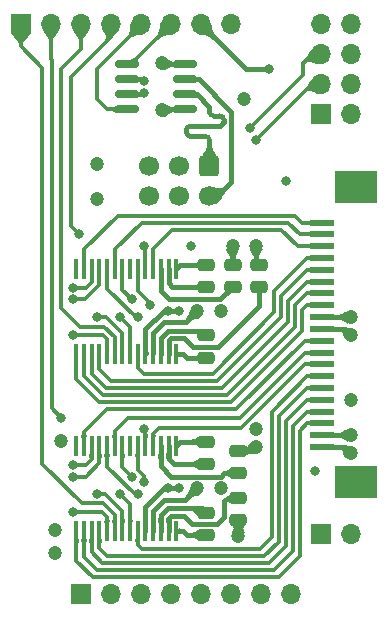
<source format=gtl>
G04 #@! TF.GenerationSoftware,KiCad,Pcbnew,8.0.5*
G04 #@! TF.CreationDate,2024-09-14T16:10:14+01:00*
G04 #@! TF.ProjectId,DataShield,44617461-5368-4696-956c-642e6b696361,rev?*
G04 #@! TF.SameCoordinates,Original*
G04 #@! TF.FileFunction,Copper,L1,Top*
G04 #@! TF.FilePolarity,Positive*
%FSLAX46Y46*%
G04 Gerber Fmt 4.6, Leading zero omitted, Abs format (unit mm)*
G04 Created by KiCad (PCBNEW 8.0.5) date 2024-09-14 16:10:14*
%MOMM*%
%LPD*%
G01*
G04 APERTURE LIST*
G04 Aperture macros list*
%AMRoundRect*
0 Rectangle with rounded corners*
0 $1 Rounding radius*
0 $2 $3 $4 $5 $6 $7 $8 $9 X,Y pos of 4 corners*
0 Add a 4 corners polygon primitive as box body*
4,1,4,$2,$3,$4,$5,$6,$7,$8,$9,$2,$3,0*
0 Add four circle primitives for the rounded corners*
1,1,$1+$1,$2,$3*
1,1,$1+$1,$4,$5*
1,1,$1+$1,$6,$7*
1,1,$1+$1,$8,$9*
0 Add four rect primitives between the rounded corners*
20,1,$1+$1,$2,$3,$4,$5,0*
20,1,$1+$1,$4,$5,$6,$7,0*
20,1,$1+$1,$6,$7,$8,$9,0*
20,1,$1+$1,$8,$9,$2,$3,0*%
G04 Aperture macros list end*
G04 #@! TA.AperFunction,ComponentPad*
%ADD10R,1.700000X1.700000*%
G04 #@! TD*
G04 #@! TA.AperFunction,ComponentPad*
%ADD11O,1.700000X1.700000*%
G04 #@! TD*
G04 #@! TA.AperFunction,SMDPad,CuDef*
%ADD12R,2.000000X0.610000*%
G04 #@! TD*
G04 #@! TA.AperFunction,SMDPad,CuDef*
%ADD13R,3.600000X2.680000*%
G04 #@! TD*
G04 #@! TA.AperFunction,SMDPad,CuDef*
%ADD14RoundRect,0.250000X0.475000X-0.250000X0.475000X0.250000X-0.475000X0.250000X-0.475000X-0.250000X0*%
G04 #@! TD*
G04 #@! TA.AperFunction,SMDPad,CuDef*
%ADD15RoundRect,0.250000X-0.475000X0.250000X-0.475000X-0.250000X0.475000X-0.250000X0.475000X0.250000X0*%
G04 #@! TD*
G04 #@! TA.AperFunction,SMDPad,CuDef*
%ADD16RoundRect,0.150000X-0.825000X-0.150000X0.825000X-0.150000X0.825000X0.150000X-0.825000X0.150000X0*%
G04 #@! TD*
G04 #@! TA.AperFunction,ComponentPad*
%ADD17RoundRect,0.250000X-0.600000X0.600000X-0.600000X-0.600000X0.600000X-0.600000X0.600000X0.600000X0*%
G04 #@! TD*
G04 #@! TA.AperFunction,ComponentPad*
%ADD18C,1.700000*%
G04 #@! TD*
G04 #@! TA.AperFunction,SMDPad,CuDef*
%ADD19R,0.450000X1.750000*%
G04 #@! TD*
G04 #@! TA.AperFunction,ViaPad*
%ADD20C,0.800000*%
G04 #@! TD*
G04 #@! TA.AperFunction,ViaPad*
%ADD21C,1.200000*%
G04 #@! TD*
G04 #@! TA.AperFunction,Conductor*
%ADD22C,0.400000*%
G04 #@! TD*
G04 #@! TA.AperFunction,Conductor*
%ADD23C,0.300000*%
G04 #@! TD*
G04 APERTURE END LIST*
D10*
X173660000Y-97460000D03*
D11*
X176200000Y-97460000D03*
X178740000Y-97460000D03*
X181280000Y-97460000D03*
X183820000Y-97460000D03*
X186360000Y-97460000D03*
X188900000Y-97460000D03*
X191440000Y-97460000D03*
D10*
X168580000Y-49200000D03*
D11*
X171120000Y-49200000D03*
X173660000Y-49200000D03*
X176200000Y-49200000D03*
X178740000Y-49200000D03*
X181280000Y-49200000D03*
X183820000Y-49200000D03*
X186360000Y-49200000D03*
D12*
X194110000Y-85000000D03*
X194110000Y-84000000D03*
X194110000Y-83000000D03*
X194110000Y-82000000D03*
X194110000Y-81000000D03*
X194110000Y-80000000D03*
X194110000Y-79000000D03*
X194110000Y-78000000D03*
X194110000Y-77000000D03*
X194110000Y-76000000D03*
X194110000Y-75000000D03*
X194110000Y-74000000D03*
X194110000Y-73000000D03*
X194110000Y-72000000D03*
X194110000Y-71000000D03*
X194110000Y-70000000D03*
X194110000Y-69000000D03*
X194110000Y-68000000D03*
X194110000Y-67000000D03*
X194110000Y-66000000D03*
D13*
X196910000Y-87990000D03*
X196910000Y-63010000D03*
D10*
X193980000Y-92380000D03*
D11*
X196520000Y-92380000D03*
D10*
X193980000Y-56820000D03*
D11*
X196520000Y-56820000D03*
X193980000Y-54280000D03*
X196520000Y-54280000D03*
X193980000Y-51740000D03*
X196520000Y-51740000D03*
X193980000Y-49200000D03*
X196520000Y-49200000D03*
D14*
X186500000Y-71450000D03*
X186500000Y-69550000D03*
D15*
X184250000Y-84550000D03*
X184250000Y-86450000D03*
D16*
X177525000Y-52595000D03*
X177525000Y-53865000D03*
X177525000Y-55135000D03*
X177525000Y-56405000D03*
X182475000Y-56405000D03*
X182475000Y-55135000D03*
X182475000Y-53865000D03*
X182475000Y-52595000D03*
D15*
X184250000Y-75550000D03*
X184250000Y-77450000D03*
D14*
X187000000Y-87200000D03*
X187000000Y-85300000D03*
D15*
X184250000Y-69550000D03*
X184250000Y-71450000D03*
D17*
X184545000Y-61247500D03*
D18*
X184545000Y-63787500D03*
X182005000Y-61247500D03*
X182005000Y-63787500D03*
X179465000Y-61247500D03*
X179465000Y-63787500D03*
D19*
X173275000Y-77100000D03*
X173925000Y-77100000D03*
X174575000Y-77100000D03*
X175225000Y-77100000D03*
X175875000Y-77100000D03*
X176525000Y-77100000D03*
X177175000Y-77100000D03*
X177825000Y-77100000D03*
X178475000Y-77100000D03*
X179125000Y-77100000D03*
X179775000Y-77100000D03*
X180425000Y-77100000D03*
X181075000Y-77100000D03*
X181725000Y-77100000D03*
X181725000Y-69900000D03*
X181075000Y-69900000D03*
X180425000Y-69900000D03*
X179775000Y-69900000D03*
X179125000Y-69900000D03*
X178475000Y-69900000D03*
X177825000Y-69900000D03*
X177175000Y-69900000D03*
X176525000Y-69900000D03*
X175875000Y-69900000D03*
X175225000Y-69900000D03*
X174575000Y-69900000D03*
X173925000Y-69900000D03*
X173275000Y-69900000D03*
D14*
X187000000Y-91200000D03*
X187000000Y-89300000D03*
D15*
X184250000Y-90550000D03*
X184250000Y-92450000D03*
D19*
X173275000Y-92100000D03*
X173925000Y-92100000D03*
X174575000Y-92100000D03*
X175225000Y-92100000D03*
X175875000Y-92100000D03*
X176525000Y-92100000D03*
X177175000Y-92100000D03*
X177825000Y-92100000D03*
X178475000Y-92100000D03*
X179125000Y-92100000D03*
X179775000Y-92100000D03*
X180425000Y-92100000D03*
X181075000Y-92100000D03*
X181725000Y-92100000D03*
X181725000Y-84900000D03*
X181075000Y-84900000D03*
X180425000Y-84900000D03*
X179775000Y-84900000D03*
X179125000Y-84900000D03*
X178475000Y-84900000D03*
X177825000Y-84900000D03*
X177175000Y-84900000D03*
X176525000Y-84900000D03*
X175875000Y-84900000D03*
X175225000Y-84900000D03*
X174575000Y-84900000D03*
X173925000Y-84900000D03*
X173275000Y-84900000D03*
D15*
X188750000Y-69550000D03*
X188750000Y-71450000D03*
D20*
X182000000Y-73500000D03*
D21*
X188500000Y-85000000D03*
X171500000Y-94000000D03*
X186500000Y-68000000D03*
X180500000Y-56500000D03*
X188500000Y-83500000D03*
D20*
X181000000Y-88500000D03*
D21*
X196500000Y-74000000D03*
X175000000Y-61000000D03*
X196500000Y-85500000D03*
X196500000Y-84000000D03*
D20*
X181000000Y-73500000D03*
D21*
X172000000Y-84500000D03*
D20*
X182000000Y-88500000D03*
D21*
X196500000Y-75500000D03*
D20*
X188500000Y-59000000D03*
X179000000Y-54000000D03*
X179000000Y-55000000D03*
X188000000Y-58000000D03*
D21*
X187500000Y-55500000D03*
X185500000Y-88500000D03*
X175000000Y-64000000D03*
D20*
X193500000Y-87000000D03*
D21*
X196500000Y-81000000D03*
D20*
X183000000Y-68000000D03*
X191000000Y-62500000D03*
D21*
X187000000Y-92500000D03*
X171500000Y-92000000D03*
X188500000Y-68000000D03*
X185500000Y-73500000D03*
D20*
X172000000Y-82500000D03*
X179000000Y-83500000D03*
X173500000Y-67000000D03*
X179000000Y-68000000D03*
X189600000Y-53000000D03*
D21*
X180500000Y-52500000D03*
X183500000Y-73500000D03*
X183500000Y-88500000D03*
D20*
X179000000Y-88000000D03*
X177000000Y-89000000D03*
X173000000Y-86500000D03*
X173000000Y-90500000D03*
X178000000Y-87500000D03*
X178500000Y-89000000D03*
X175000000Y-89000000D03*
X173000000Y-87500000D03*
X178500000Y-74000000D03*
X173000000Y-72500000D03*
X179500000Y-73000000D03*
X177000000Y-74000000D03*
X178000000Y-72500000D03*
X175000000Y-74000000D03*
X173000000Y-75500000D03*
X173000000Y-71500000D03*
D22*
X185212500Y-63787500D02*
X184545000Y-63787500D01*
X186400000Y-62600000D02*
X185212500Y-63787500D01*
X183665000Y-53865000D02*
X186400000Y-56600000D01*
X186400000Y-56600000D02*
X186400000Y-62600000D01*
X182475000Y-53865000D02*
X183665000Y-53865000D01*
X184545000Y-59210000D02*
X184545000Y-59400000D01*
X184545000Y-56230001D02*
X184545000Y-56600000D01*
X184893000Y-57818000D02*
X182929232Y-57818000D01*
X185410774Y-57818000D02*
X184893000Y-57818000D01*
X184545000Y-59400000D02*
X184545000Y-61247500D01*
X185758774Y-57296000D02*
X185758774Y-57470000D01*
X184545000Y-59036000D02*
X184545000Y-59210000D01*
X184893000Y-56948000D02*
X185410774Y-56948000D01*
X182581232Y-58166000D02*
X182581232Y-58340000D01*
X182929232Y-58688000D02*
X184197000Y-58688000D01*
X182475000Y-55135000D02*
X183449999Y-55135000D01*
X183449999Y-55135000D02*
X184545000Y-56230001D01*
X185410774Y-56948000D02*
G75*
G02*
X185758800Y-57296000I26J-348000D01*
G01*
X184197000Y-58688000D02*
G75*
G02*
X184545000Y-59036000I0J-348000D01*
G01*
X184545000Y-56600000D02*
G75*
G03*
X184893000Y-56948000I348000J0D01*
G01*
X182929232Y-57818000D02*
G75*
G03*
X182581200Y-58166000I-32J-348000D01*
G01*
X185758774Y-57470000D02*
G75*
G02*
X185410774Y-57817974I-347974J0D01*
G01*
X182581232Y-58340000D02*
G75*
G03*
X182929232Y-58687968I347968J0D01*
G01*
X188200000Y-85300000D02*
X188500000Y-85000000D01*
X180657579Y-73500000D02*
X182000000Y-73500000D01*
X179138579Y-77044000D02*
X179125000Y-77030421D01*
X194110000Y-84000000D02*
X196500000Y-84000000D01*
X179125000Y-90075000D02*
X180700000Y-88500000D01*
X186500000Y-68000000D02*
X186500000Y-69550000D01*
X194110000Y-74000000D02*
X196500000Y-74000000D01*
X179125000Y-77030421D02*
X179125000Y-75032579D01*
X187000000Y-85300000D02*
X188200000Y-85300000D01*
X194110000Y-75000000D02*
X196000000Y-75000000D01*
X179125000Y-92100000D02*
X179125000Y-90075000D01*
X180700000Y-88500000D02*
X182000000Y-88500000D01*
X182475000Y-56405000D02*
X180595000Y-56405000D01*
X196000000Y-85000000D02*
X196500000Y-85500000D01*
X180595000Y-56405000D02*
X180500000Y-56500000D01*
X179125000Y-75032579D02*
X180657579Y-73500000D01*
X194110000Y-85000000D02*
X196000000Y-85000000D01*
X196000000Y-75000000D02*
X196500000Y-75500000D01*
D23*
X193220000Y-54280000D02*
X188500000Y-59000000D01*
D22*
X177525000Y-53865000D02*
X178865000Y-53865000D01*
X178865000Y-53865000D02*
X179000000Y-54000000D01*
D23*
X193980000Y-54280000D02*
X193220000Y-54280000D01*
X192500000Y-52500000D02*
X192500000Y-53500000D01*
X193260000Y-51740000D02*
X192500000Y-52500000D01*
D22*
X178865000Y-55135000D02*
X179000000Y-55000000D01*
X177525000Y-55135000D02*
X178865000Y-55135000D01*
D23*
X192500000Y-53500000D02*
X188000000Y-58000000D01*
X193980000Y-51740000D02*
X193260000Y-51740000D01*
D22*
X187000000Y-92500000D02*
X187000000Y-91200000D01*
X188500000Y-68000000D02*
X188500000Y-69300000D01*
X188500000Y-69300000D02*
X188750000Y-69550000D01*
D23*
X175500000Y-89750000D02*
X176525000Y-90775000D01*
X170400000Y-86400000D02*
X173750000Y-89750000D01*
X168580000Y-49200000D02*
X168580000Y-51080000D01*
X170400000Y-52900000D02*
X170400000Y-86400000D01*
X168580000Y-51080000D02*
X170400000Y-52900000D01*
X173750000Y-89750000D02*
X175500000Y-89750000D01*
X176525000Y-90775000D02*
X176525000Y-92100000D01*
X179125000Y-83625000D02*
X179125000Y-84900000D01*
X179000000Y-83500000D02*
X179125000Y-83625000D01*
X171120000Y-52120000D02*
X171200000Y-52200000D01*
X171120000Y-49200000D02*
X171120000Y-52120000D01*
X171200000Y-52200000D02*
X171200000Y-81700000D01*
X171200000Y-81700000D02*
X172000000Y-82500000D01*
X176538579Y-75719000D02*
X176538579Y-77044000D01*
X173660000Y-49200000D02*
X173660000Y-51340000D01*
X175619579Y-74800000D02*
X176538579Y-75719000D01*
X172000000Y-73200000D02*
X173600000Y-74800000D01*
X173600000Y-74800000D02*
X175619579Y-74800000D01*
X172000000Y-53000000D02*
X172000000Y-73200000D01*
X173660000Y-51340000D02*
X172000000Y-53000000D01*
X176200000Y-50300000D02*
X176200000Y-49200000D01*
X179000000Y-68000000D02*
X179125000Y-68125000D01*
X173500000Y-67000000D02*
X172800000Y-66300000D01*
X172800000Y-53700000D02*
X176200000Y-50300000D01*
X179125000Y-68125000D02*
X179125000Y-69900000D01*
X172800000Y-66300000D02*
X172800000Y-53700000D01*
X178740000Y-49200000D02*
X178740000Y-49260000D01*
X175000000Y-55500000D02*
X175905000Y-56405000D01*
X178740000Y-49260000D02*
X175000000Y-53000000D01*
X175905000Y-56405000D02*
X177525000Y-56405000D01*
X175000000Y-53000000D02*
X175000000Y-55500000D01*
X181280000Y-49200000D02*
X177885000Y-52595000D01*
X177885000Y-52595000D02*
X177525000Y-52595000D01*
D22*
X189600000Y-53000000D02*
X187620000Y-53000000D01*
X187620000Y-53000000D02*
X183820000Y-49200000D01*
X182300000Y-92100000D02*
X181725000Y-92100000D01*
X182650000Y-92450000D02*
X182300000Y-92100000D01*
X184250000Y-92450000D02*
X182650000Y-92450000D01*
X180425000Y-90775000D02*
X180425000Y-92100000D01*
X184250000Y-90550000D02*
X183900000Y-90200000D01*
X181000000Y-90200000D02*
X180425000Y-90775000D01*
X183900000Y-90200000D02*
X181000000Y-90200000D01*
X181300736Y-87500000D02*
X180425000Y-86624264D01*
X180425000Y-86624264D02*
X180425000Y-84900000D01*
X187000000Y-87200000D02*
X185800000Y-87200000D01*
X185800000Y-87200000D02*
X185500000Y-87500000D01*
X185500000Y-87500000D02*
X181300736Y-87500000D01*
X182075000Y-84550000D02*
X181725000Y-84900000D01*
X184250000Y-84550000D02*
X182075000Y-84550000D01*
X181500000Y-86450000D02*
X181075000Y-86025000D01*
X184250000Y-86450000D02*
X181500000Y-86450000D01*
X181075000Y-86025000D02*
X181075000Y-84900000D01*
X187000000Y-89300000D02*
X186100000Y-89300000D01*
X185201166Y-91500000D02*
X183100000Y-91500000D01*
X182400000Y-90800000D02*
X181248528Y-90800000D01*
X181248528Y-90800000D02*
X181075000Y-90973528D01*
X185800000Y-89600000D02*
X185800000Y-90901166D01*
X186100000Y-89300000D02*
X185800000Y-89600000D01*
X183100000Y-91500000D02*
X182400000Y-90800000D01*
X181075000Y-90973528D02*
X181075000Y-92100000D01*
X185800000Y-90901166D02*
X185201166Y-91500000D01*
X184250000Y-77450000D02*
X182650000Y-77450000D01*
X182650000Y-77450000D02*
X182300000Y-77100000D01*
X182300000Y-77100000D02*
X181725000Y-77100000D01*
X181013579Y-75144000D02*
X180425000Y-75732579D01*
X183844000Y-75144000D02*
X184250000Y-75550000D01*
X180425000Y-75732579D02*
X180425000Y-77100000D01*
X181013579Y-75144000D02*
X183844000Y-75144000D01*
X185450000Y-72500000D02*
X181100000Y-72500000D01*
X186500000Y-71450000D02*
X185450000Y-72500000D01*
X180425000Y-71825000D02*
X180425000Y-69900000D01*
X181100000Y-72500000D02*
X180425000Y-71825000D01*
X181375000Y-71450000D02*
X181075000Y-71150000D01*
X181075000Y-71150000D02*
X181075000Y-69900000D01*
X184250000Y-71450000D02*
X181375000Y-71450000D01*
X184250000Y-69550000D02*
X182075000Y-69550000D01*
X182075000Y-69550000D02*
X181725000Y-69900000D01*
X181262107Y-75744000D02*
X182413579Y-75744000D01*
X185300000Y-76500000D02*
X188750000Y-73050000D01*
X181075000Y-77100000D02*
X181075000Y-75931107D01*
X183169579Y-76500000D02*
X185300000Y-76500000D01*
X181075000Y-75931107D02*
X181262107Y-75744000D01*
X182413579Y-75744000D02*
X183169579Y-76500000D01*
X188750000Y-73050000D02*
X188750000Y-71450000D01*
D23*
X185200000Y-79400000D02*
X176200000Y-79400000D01*
X190600000Y-74000000D02*
X185200000Y-79400000D01*
X192792894Y-70000000D02*
X190600000Y-72192894D01*
X176200000Y-79400000D02*
X175225000Y-78425000D01*
X194110000Y-70000000D02*
X192792894Y-70000000D01*
X175225000Y-78425000D02*
X175225000Y-77100000D01*
X190600000Y-72192894D02*
X190600000Y-74000000D01*
X175050000Y-95400000D02*
X190000000Y-95400000D01*
X192800000Y-82000000D02*
X194110000Y-82000000D01*
X173925000Y-94275000D02*
X175050000Y-95400000D01*
X191600000Y-83200000D02*
X192800000Y-82000000D01*
X191600000Y-93800000D02*
X191600000Y-83200000D01*
X190000000Y-95400000D02*
X191600000Y-93800000D01*
X173925000Y-92100000D02*
X173925000Y-94275000D01*
D22*
X180700000Y-89500000D02*
X179775000Y-90425000D01*
X180595000Y-52595000D02*
X180500000Y-52500000D01*
X180713579Y-74444000D02*
X182556000Y-74444000D01*
X179775000Y-90425000D02*
X179775000Y-92100000D01*
X182500000Y-89500000D02*
X180700000Y-89500000D01*
X183500000Y-88500000D02*
X182500000Y-89500000D01*
X179788579Y-77044000D02*
X179788579Y-75369000D01*
X182475000Y-52595000D02*
X180595000Y-52595000D01*
X179788579Y-75369000D02*
X180713579Y-74444000D01*
X182556000Y-74444000D02*
X183500000Y-73500000D01*
D23*
X177675000Y-82500000D02*
X187100000Y-82500000D01*
X187100000Y-82500000D02*
X192600000Y-77000000D01*
X176525000Y-83650000D02*
X177675000Y-82500000D01*
X192600000Y-77000000D02*
X194110000Y-77000000D01*
X176525000Y-84900000D02*
X176525000Y-83650000D01*
X186000000Y-80600000D02*
X175500000Y-80600000D01*
X175500000Y-80600000D02*
X173925000Y-79025000D01*
X173925000Y-79025000D02*
X173925000Y-77100000D01*
X191800000Y-74800000D02*
X186000000Y-80600000D01*
X194110000Y-72000000D02*
X192810000Y-72000000D01*
X192810000Y-72000000D02*
X191800000Y-73010000D01*
X191800000Y-73010000D02*
X191800000Y-74800000D01*
X179775000Y-68225000D02*
X179775000Y-69900000D01*
X190600000Y-66600000D02*
X181400000Y-66600000D01*
X192000000Y-68000000D02*
X190600000Y-66600000D01*
X181400000Y-66600000D02*
X179775000Y-68225000D01*
X194110000Y-68000000D02*
X192000000Y-68000000D01*
X175225000Y-92100000D02*
X175225000Y-93575000D01*
X175850000Y-94200000D02*
X189200000Y-94200000D01*
X192792893Y-80000000D02*
X194110000Y-80000000D01*
X189200000Y-94200000D02*
X190400000Y-93000000D01*
X190400000Y-93000000D02*
X190400000Y-82392893D01*
X175225000Y-93575000D02*
X175850000Y-94200000D01*
X190400000Y-82392893D02*
X192792893Y-80000000D01*
X192200000Y-83600000D02*
X192800000Y-83000000D01*
X173275000Y-94625000D02*
X174650000Y-96000000D01*
X190400000Y-96000000D02*
X192200000Y-94200000D01*
X173275000Y-92100000D02*
X173275000Y-94625000D01*
X192200000Y-94200000D02*
X192200000Y-83600000D01*
X174650000Y-96000000D02*
X190400000Y-96000000D01*
X192800000Y-83000000D02*
X194110000Y-83000000D01*
X192800000Y-79000000D02*
X194110000Y-79000000D01*
X178475000Y-93275000D02*
X178800000Y-93600000D01*
X189800000Y-92600000D02*
X189800000Y-82000000D01*
X178475000Y-92100000D02*
X178475000Y-93275000D01*
X178800000Y-93600000D02*
X188800000Y-93600000D01*
X188800000Y-93600000D02*
X189800000Y-92600000D01*
X189800000Y-82000000D02*
X192800000Y-79000000D01*
X191200000Y-66000000D02*
X178800000Y-66000000D01*
X192200000Y-67000000D02*
X191200000Y-66000000D01*
X194110000Y-67000000D02*
X192200000Y-67000000D01*
X176525000Y-68275000D02*
X176525000Y-69900000D01*
X178800000Y-66000000D02*
X176525000Y-68275000D01*
X185600000Y-80000000D02*
X191200000Y-74400000D01*
X175800000Y-80000000D02*
X185600000Y-80000000D01*
X192800000Y-71000000D02*
X194110000Y-71000000D01*
X191200000Y-74400000D02*
X191200000Y-72600000D01*
X174575000Y-77100000D02*
X174575000Y-78775000D01*
X174575000Y-78775000D02*
X175800000Y-80000000D01*
X191200000Y-72600000D02*
X192800000Y-71000000D01*
X179000000Y-78800000D02*
X178475000Y-78275000D01*
X184800000Y-78800000D02*
X179000000Y-78800000D01*
X178475000Y-78275000D02*
X178475000Y-77100000D01*
X192810000Y-69000000D02*
X190000000Y-71810000D01*
X190000000Y-71810000D02*
X190000000Y-73600000D01*
X194110000Y-69000000D02*
X192810000Y-69000000D01*
X190000000Y-73600000D02*
X184800000Y-78800000D01*
X180250000Y-83400000D02*
X187200000Y-83400000D01*
X187200000Y-83400000D02*
X192600000Y-78000000D01*
X179775000Y-83875000D02*
X180250000Y-83400000D01*
X192600000Y-78000000D02*
X194110000Y-78000000D01*
X179775000Y-84900000D02*
X179775000Y-83875000D01*
X191000000Y-82800000D02*
X192800000Y-81000000D01*
X174575000Y-92100000D02*
X174575000Y-93925000D01*
X175450000Y-94800000D02*
X189600000Y-94800000D01*
X189600000Y-94800000D02*
X191000000Y-93400000D01*
X192800000Y-81000000D02*
X194110000Y-81000000D01*
X191000000Y-93400000D02*
X191000000Y-82800000D01*
X174575000Y-93925000D02*
X175450000Y-94800000D01*
X192400000Y-73410000D02*
X192400000Y-75200000D01*
X194110000Y-73000000D02*
X192810000Y-73000000D01*
X173275000Y-79275000D02*
X173275000Y-77100000D01*
X192400000Y-75200000D02*
X186400000Y-81200000D01*
X186400000Y-81200000D02*
X175200000Y-81200000D01*
X192810000Y-73000000D02*
X192400000Y-73410000D01*
X175200000Y-81200000D02*
X173275000Y-79275000D01*
X173925000Y-83725000D02*
X175850000Y-81800000D01*
X175850000Y-81800000D02*
X186800000Y-81800000D01*
X186800000Y-81800000D02*
X192600000Y-76000000D01*
X173925000Y-84900000D02*
X173925000Y-83725000D01*
X192600000Y-76000000D02*
X194110000Y-76000000D01*
X173925000Y-68275000D02*
X173925000Y-69900000D01*
X176800000Y-65400000D02*
X173925000Y-68275000D01*
X191750000Y-65400000D02*
X176800000Y-65400000D01*
X194110000Y-66000000D02*
X192350000Y-66000000D01*
X192350000Y-66000000D02*
X191750000Y-65400000D01*
X179000000Y-87439339D02*
X178475000Y-86914339D01*
X178475000Y-86914339D02*
X178475000Y-84900000D01*
X179000000Y-88000000D02*
X179000000Y-87439339D01*
X177825000Y-89825000D02*
X177825000Y-92100000D01*
X177000000Y-89000000D02*
X177825000Y-89825000D01*
X174575000Y-86050000D02*
X174575000Y-84900000D01*
X174125000Y-86500000D02*
X174575000Y-86050000D01*
X173000000Y-86500000D02*
X174125000Y-86500000D01*
X173000000Y-90500000D02*
X175425000Y-90500000D01*
X175875000Y-90950000D02*
X175875000Y-92100000D01*
X175425000Y-90500000D02*
X175875000Y-90950000D01*
X178000000Y-87500000D02*
X177175000Y-86675000D01*
X177175000Y-86675000D02*
X177175000Y-84900000D01*
X178500000Y-89000000D02*
X178219669Y-89000000D01*
X178219669Y-89000000D02*
X175875000Y-86655331D01*
X175875000Y-86655331D02*
X175875000Y-84900000D01*
X177175000Y-90446447D02*
X177175000Y-92100000D01*
X175000000Y-89000000D02*
X175728553Y-89000000D01*
X175728553Y-89000000D02*
X177175000Y-90446447D01*
X173000000Y-87500000D02*
X174060661Y-87500000D01*
X175225000Y-86335661D02*
X175225000Y-84900000D01*
X174060661Y-87500000D02*
X175225000Y-86335661D01*
X175875000Y-71585752D02*
X175875000Y-69857579D01*
X178500000Y-74000000D02*
X178289248Y-74000000D01*
X175875000Y-69857579D02*
X175888579Y-69844000D01*
X178289248Y-74000000D02*
X175875000Y-71585752D01*
X173000000Y-72500000D02*
X174018240Y-72500000D01*
X174018240Y-72500000D02*
X175225000Y-71293240D01*
X175225000Y-71293240D02*
X175225000Y-69900000D01*
X179500000Y-72784880D02*
X178475000Y-71759880D01*
X179500000Y-73000000D02*
X179500000Y-72784880D01*
X178475000Y-71759880D02*
X178475000Y-69900000D01*
X177000000Y-74000000D02*
X177825000Y-74825000D01*
X177825000Y-74825000D02*
X177825000Y-77100000D01*
X178000000Y-72500000D02*
X177175000Y-71675000D01*
X177175000Y-71675000D02*
X177175000Y-69900000D01*
X175000000Y-74000000D02*
X175798132Y-74000000D01*
X175798132Y-74000000D02*
X177175000Y-75376868D01*
X177175000Y-75376868D02*
X177175000Y-77100000D01*
X175875000Y-75880421D02*
X175875000Y-77100000D01*
X173000000Y-75500000D02*
X175494579Y-75500000D01*
X175494579Y-75500000D02*
X175875000Y-75880421D01*
X174082579Y-71500000D02*
X174575000Y-71007579D01*
X174575000Y-71007579D02*
X174575000Y-69900000D01*
X173000000Y-71500000D02*
X174082579Y-71500000D01*
G04 #@! TA.AperFunction,Conductor*
G36*
X185831408Y-62899885D02*
G01*
X186099300Y-63167777D01*
X186102727Y-63176050D01*
X186099690Y-63183914D01*
X185849650Y-63459371D01*
X185849643Y-63459380D01*
X185690085Y-63681361D01*
X185690067Y-63681387D01*
X185563338Y-63882519D01*
X185562939Y-63883111D01*
X185403964Y-64104282D01*
X185403127Y-64105317D01*
X185154284Y-64379459D01*
X185146186Y-64383281D01*
X185137757Y-64380258D01*
X185137358Y-64379878D01*
X184547734Y-63791639D01*
X184544297Y-63783370D01*
X184544297Y-63783346D01*
X184544809Y-63167777D01*
X184544989Y-62950618D01*
X184548423Y-62942349D01*
X184556699Y-62938929D01*
X184558018Y-62939006D01*
X184879414Y-62976188D01*
X184881316Y-62976571D01*
X185141487Y-63052117D01*
X185362830Y-63104064D01*
X185510535Y-63081641D01*
X185578935Y-63071259D01*
X185578935Y-63071258D01*
X185578939Y-63071258D01*
X185816257Y-62898694D01*
X185824961Y-62896601D01*
X185831408Y-62899885D01*
G37*
G04 #@! TD.AperFunction*
G04 #@! TA.AperFunction,Conductor*
G36*
X183410309Y-53611303D02*
G01*
X183498298Y-53656122D01*
X183498331Y-53656138D01*
X183523531Y-53667331D01*
X183590375Y-53697022D01*
X183682425Y-53731909D01*
X183774475Y-53760796D01*
X183774483Y-53760798D01*
X183774496Y-53760802D01*
X183822748Y-53772798D01*
X183846441Y-53778689D01*
X183853643Y-53784010D01*
X183854972Y-53792866D01*
X183851891Y-53798316D01*
X183586546Y-54063661D01*
X183579662Y-54067005D01*
X183538433Y-54071934D01*
X183493177Y-54083344D01*
X183493168Y-54083347D01*
X183447915Y-54100759D01*
X183447911Y-54100760D01*
X183402658Y-54124170D01*
X183362099Y-54150529D01*
X183353294Y-54152164D01*
X183352081Y-54151838D01*
X182511304Y-53876417D01*
X182504508Y-53870585D01*
X182503827Y-53861656D01*
X182509659Y-53854860D01*
X182511858Y-53854013D01*
X182715386Y-53798316D01*
X183401912Y-53610443D01*
X183410309Y-53611303D01*
G37*
G04 #@! TD.AperFunction*
G04 #@! TA.AperFunction,Conductor*
G36*
X184745802Y-59550927D02*
G01*
X184748143Y-59554276D01*
X184871196Y-59819537D01*
X184997386Y-60055977D01*
X184997387Y-60055978D01*
X185123582Y-60256844D01*
X185249776Y-60422128D01*
X185347045Y-60522100D01*
X185367183Y-60542798D01*
X185370496Y-60551117D01*
X185366956Y-60559343D01*
X185366314Y-60559923D01*
X184552517Y-61242197D01*
X184543975Y-61244886D01*
X184537483Y-61242197D01*
X183723685Y-60559923D01*
X183719547Y-60551982D01*
X183722236Y-60543440D01*
X183722806Y-60542808D01*
X183840223Y-60422128D01*
X183966417Y-60256844D01*
X184092612Y-60055978D01*
X184218806Y-59819530D01*
X184341857Y-59554276D01*
X184348448Y-59548214D01*
X184352471Y-59547500D01*
X184737529Y-59547500D01*
X184745802Y-59550927D01*
G37*
G04 #@! TD.AperFunction*
G04 #@! TA.AperFunction,Conductor*
G36*
X183453807Y-55007158D02*
G01*
X183520691Y-55056604D01*
X183520705Y-55056613D01*
X183520710Y-55056617D01*
X183591421Y-55102890D01*
X183662131Y-55143164D01*
X183732842Y-55177437D01*
X183787075Y-55199122D01*
X183793484Y-55205376D01*
X183793595Y-55214330D01*
X183791004Y-55218259D01*
X183524662Y-55484601D01*
X183516389Y-55488028D01*
X183515153Y-55487963D01*
X183306852Y-55465839D01*
X183093057Y-55449131D01*
X182879235Y-55438420D01*
X182665414Y-55433709D01*
X182464269Y-55434923D01*
X182455975Y-55431546D01*
X182452498Y-55423294D01*
X182452531Y-55422342D01*
X182467949Y-55218259D01*
X182473578Y-55143754D01*
X182477618Y-55135765D01*
X182483698Y-55133040D01*
X183445309Y-55004968D01*
X183453807Y-55007158D01*
G37*
G04 #@! TD.AperFunction*
G04 #@! TA.AperFunction,Conductor*
G36*
X196274875Y-83456496D02*
G01*
X196275132Y-83457071D01*
X196499130Y-83995506D01*
X196499144Y-84004461D01*
X196499130Y-84004494D01*
X196275132Y-84542928D01*
X196268791Y-84549250D01*
X196259836Y-84549236D01*
X196259269Y-84548982D01*
X196036256Y-84441789D01*
X196035376Y-84441317D01*
X195871418Y-84344212D01*
X195727280Y-84267795D01*
X195683823Y-84255314D01*
X195553458Y-84217874D01*
X195310877Y-84200767D01*
X195302865Y-84196767D01*
X195300000Y-84189096D01*
X195300000Y-83810903D01*
X195303427Y-83802630D01*
X195310874Y-83799233D01*
X195553455Y-83782125D01*
X195553458Y-83782124D01*
X195553459Y-83782124D01*
X195571466Y-83776952D01*
X195727280Y-83732204D01*
X195871418Y-83655787D01*
X196035393Y-83558669D01*
X196036238Y-83558217D01*
X196259263Y-83451019D01*
X196268203Y-83450524D01*
X196274875Y-83456496D01*
G37*
G04 #@! TD.AperFunction*
G04 #@! TA.AperFunction,Conductor*
G36*
X187031632Y-68220168D02*
G01*
X187042927Y-68224867D01*
X187049249Y-68231208D01*
X187049235Y-68240163D01*
X187048978Y-68240738D01*
X186941792Y-68463736D01*
X186941314Y-68464629D01*
X186844221Y-68628565D01*
X186844200Y-68628603D01*
X186767797Y-68772713D01*
X186767795Y-68772718D01*
X186717874Y-68946539D01*
X186717874Y-68946542D01*
X186700767Y-69189123D01*
X186696767Y-69197135D01*
X186689096Y-69200000D01*
X186310904Y-69200000D01*
X186302631Y-69196573D01*
X186299233Y-69189123D01*
X186297431Y-69163578D01*
X186282125Y-68946544D01*
X186232204Y-68772718D01*
X186155787Y-68628581D01*
X186058675Y-68464614D01*
X186058213Y-68463751D01*
X185951019Y-68240736D01*
X185950524Y-68231796D01*
X185956496Y-68225124D01*
X185957044Y-68224878D01*
X186495507Y-68000868D01*
X186504458Y-68000855D01*
X187031632Y-68220168D01*
G37*
G04 #@! TD.AperFunction*
G04 #@! TA.AperFunction,Conductor*
G36*
X196274875Y-73456496D02*
G01*
X196275132Y-73457071D01*
X196499130Y-73995506D01*
X196499144Y-74004461D01*
X196499130Y-74004494D01*
X196275132Y-74542928D01*
X196268791Y-74549250D01*
X196259836Y-74549236D01*
X196259269Y-74548982D01*
X196036256Y-74441789D01*
X196035376Y-74441317D01*
X195871418Y-74344212D01*
X195727280Y-74267795D01*
X195683823Y-74255314D01*
X195553458Y-74217874D01*
X195310877Y-74200767D01*
X195302865Y-74196767D01*
X195300000Y-74189096D01*
X195300000Y-73810903D01*
X195303427Y-73802630D01*
X195310874Y-73799233D01*
X195553455Y-73782125D01*
X195553458Y-73782124D01*
X195553459Y-73782124D01*
X195571466Y-73776952D01*
X195727280Y-73732204D01*
X195871418Y-73655787D01*
X196035393Y-73558669D01*
X196036238Y-73558217D01*
X196259263Y-73451019D01*
X196268203Y-73450524D01*
X196274875Y-73456496D01*
G37*
G04 #@! TD.AperFunction*
G04 #@! TA.AperFunction,Conductor*
G36*
X187578268Y-84826568D02*
G01*
X187671788Y-84919364D01*
X187772905Y-85001719D01*
X187874022Y-85066093D01*
X187922740Y-85088445D01*
X187975131Y-85112484D01*
X187975133Y-85112484D01*
X187975139Y-85112487D01*
X188073313Y-85140073D01*
X188078420Y-85143064D01*
X188344071Y-85408715D01*
X188347498Y-85416988D01*
X188344071Y-85425261D01*
X188338364Y-85428403D01*
X188201420Y-85459186D01*
X188201409Y-85459189D01*
X188043725Y-85512633D01*
X188043722Y-85512635D01*
X187886052Y-85584073D01*
X187728351Y-85673527D01*
X187577998Y-85775977D01*
X187569232Y-85777803D01*
X187563882Y-85775264D01*
X187009932Y-85309649D01*
X187005804Y-85301703D01*
X187008504Y-85293165D01*
X187009911Y-85291755D01*
X187562487Y-84825928D01*
X187571021Y-84823216D01*
X187578268Y-84826568D01*
G37*
G04 #@! TD.AperFunction*
G04 #@! TA.AperFunction,Conductor*
G36*
X188084020Y-84584049D02*
G01*
X188084679Y-84584658D01*
X188497554Y-84996562D01*
X188500991Y-85004831D01*
X188500991Y-85004864D01*
X188500020Y-85587869D01*
X188496579Y-85596137D01*
X188488301Y-85599550D01*
X188487878Y-85599542D01*
X188225255Y-85589619D01*
X188224218Y-85589533D01*
X188030466Y-85564836D01*
X188029911Y-85564752D01*
X187971968Y-85554522D01*
X187862522Y-85535200D01*
X187862513Y-85535198D01*
X187862508Y-85535198D01*
X187667965Y-85510400D01*
X187403963Y-85500425D01*
X187395825Y-85496688D01*
X187392705Y-85488733D01*
X187392705Y-85110358D01*
X187396132Y-85102085D01*
X187402985Y-85098744D01*
X187599834Y-85074701D01*
X187731441Y-85003132D01*
X187827787Y-84891787D01*
X187928815Y-84747608D01*
X187929491Y-84746736D01*
X188067525Y-84585336D01*
X188075506Y-84581276D01*
X188084020Y-84584049D01*
G37*
G04 #@! TD.AperFunction*
G04 #@! TA.AperFunction,Conductor*
G36*
X179322728Y-91003427D02*
G01*
X179326092Y-91010488D01*
X179329997Y-91047980D01*
X179335001Y-91094521D01*
X179339997Y-91139478D01*
X179344997Y-91182977D01*
X179346379Y-91194590D01*
X179346415Y-91197009D01*
X179345441Y-91207956D01*
X179345360Y-91209318D01*
X179345041Y-91220110D01*
X179345000Y-91221493D01*
X179345000Y-91225467D01*
X179345037Y-91226055D01*
X179345843Y-91238876D01*
X179345498Y-91242521D01*
X179136331Y-92056880D01*
X179130954Y-92064040D01*
X179122088Y-92065301D01*
X179114928Y-92059924D01*
X179113669Y-92056885D01*
X178966823Y-91485165D01*
X178900868Y-91228378D01*
X178900500Y-91225467D01*
X178900500Y-91221493D01*
X178900582Y-91220110D01*
X178905002Y-91182976D01*
X178910002Y-91139478D01*
X178914998Y-91094521D01*
X178920002Y-91047981D01*
X178923908Y-91010488D01*
X178928174Y-91002614D01*
X178935545Y-91000000D01*
X179314455Y-91000000D01*
X179322728Y-91003427D01*
G37*
G04 #@! TD.AperFunction*
G04 #@! TA.AperFunction,Conductor*
G36*
X182441953Y-56393878D02*
G01*
X182448753Y-56399705D01*
X182449442Y-56408633D01*
X182443615Y-56415433D01*
X182441953Y-56416122D01*
X181596515Y-56692301D01*
X181588741Y-56692122D01*
X181514067Y-56663861D01*
X181435569Y-56640151D01*
X181435561Y-56640149D01*
X181357048Y-56622433D01*
X181357049Y-56622433D01*
X181312609Y-56615802D01*
X181278519Y-56610716D01*
X181278512Y-56610715D01*
X181278509Y-56610715D01*
X181210850Y-56605789D01*
X181202848Y-56601771D01*
X181200000Y-56594120D01*
X181200000Y-56215879D01*
X181203427Y-56207606D01*
X181210850Y-56204210D01*
X181278519Y-56199283D01*
X181357038Y-56187567D01*
X181357044Y-56187565D01*
X181357048Y-56187565D01*
X181391784Y-56179726D01*
X181435558Y-56169850D01*
X181435562Y-56169848D01*
X181435569Y-56169847D01*
X181514067Y-56146137D01*
X181514066Y-56146137D01*
X181514077Y-56146134D01*
X181588741Y-56117876D01*
X181596515Y-56117698D01*
X182441953Y-56393878D01*
G37*
G04 #@! TD.AperFunction*
G04 #@! TA.AperFunction,Conductor*
G36*
X180740324Y-55950377D02*
G01*
X180740503Y-55950453D01*
X180956164Y-56045102D01*
X181119326Y-56118473D01*
X181264360Y-56168062D01*
X181356191Y-56183040D01*
X181436516Y-56196143D01*
X181436522Y-56196143D01*
X181436531Y-56196145D01*
X181669827Y-56204591D01*
X181677970Y-56208315D01*
X181681103Y-56216283D01*
X181681103Y-56594492D01*
X181677676Y-56602765D01*
X181670656Y-56606125D01*
X181426775Y-56632401D01*
X181258879Y-56705177D01*
X181122996Y-56809185D01*
X181122994Y-56809186D01*
X180965493Y-56929683D01*
X180963844Y-56930739D01*
X180740947Y-57048345D01*
X180732031Y-57049175D01*
X180725139Y-57043457D01*
X180724690Y-57042502D01*
X180500868Y-56504492D01*
X180500855Y-56495541D01*
X180725028Y-55956684D01*
X180731369Y-55950363D01*
X180740324Y-55950377D01*
G37*
G04 #@! TD.AperFunction*
G04 #@! TA.AperFunction,Conductor*
G36*
X195519278Y-84800512D02*
G01*
X195753512Y-84810376D01*
X195754630Y-84810480D01*
X195928152Y-84835157D01*
X195928743Y-84835257D01*
X196078650Y-84864800D01*
X196253038Y-84889600D01*
X196488811Y-84899528D01*
X196496932Y-84903300D01*
X196500018Y-84911199D01*
X196500991Y-85495135D01*
X196497578Y-85503413D01*
X196497554Y-85503437D01*
X196085605Y-85914417D01*
X196077328Y-85917834D01*
X196069059Y-85914397D01*
X196067751Y-85912834D01*
X195936704Y-85725245D01*
X195935254Y-85722413D01*
X195867554Y-85528739D01*
X195867486Y-85528536D01*
X195812399Y-85361181D01*
X195812398Y-85361180D01*
X195711785Y-85244069D01*
X195711784Y-85244068D01*
X195516343Y-85201988D01*
X195508977Y-85196896D01*
X195507106Y-85190550D01*
X195507106Y-84812203D01*
X195510533Y-84803930D01*
X195518806Y-84800503D01*
X195519278Y-84800512D01*
G37*
G04 #@! TD.AperFunction*
G04 #@! TA.AperFunction,Conductor*
G36*
X195519278Y-74800512D02*
G01*
X195753512Y-74810376D01*
X195754630Y-74810480D01*
X195928152Y-74835156D01*
X195928743Y-74835256D01*
X196078650Y-74864800D01*
X196253038Y-74889600D01*
X196488811Y-74899528D01*
X196496932Y-74903300D01*
X196500018Y-74911199D01*
X196500991Y-75495135D01*
X196497578Y-75503413D01*
X196497554Y-75503437D01*
X196085605Y-75914417D01*
X196077328Y-75917834D01*
X196069059Y-75914397D01*
X196067751Y-75912834D01*
X195936704Y-75725245D01*
X195935254Y-75722413D01*
X195867554Y-75528739D01*
X195867486Y-75528536D01*
X195812399Y-75361181D01*
X195812398Y-75361180D01*
X195711785Y-75244069D01*
X195711784Y-75244068D01*
X195516343Y-75201988D01*
X195508977Y-75196896D01*
X195507106Y-75190550D01*
X195507106Y-74812203D01*
X195510533Y-74803930D01*
X195518806Y-74800503D01*
X195519278Y-74800512D01*
G37*
G04 #@! TD.AperFunction*
G04 #@! TA.AperFunction,Conductor*
G36*
X193387243Y-53687238D02*
G01*
X193387600Y-53687580D01*
X193634155Y-53933556D01*
X193977265Y-54275860D01*
X193980702Y-54284129D01*
X193980702Y-54284153D01*
X193980011Y-55116428D01*
X193976577Y-55124698D01*
X193968301Y-55128118D01*
X193966578Y-55127989D01*
X193632501Y-55077942D01*
X193629935Y-55077253D01*
X193359706Y-54970495D01*
X193129765Y-54882639D01*
X192905166Y-54888419D01*
X192905163Y-54888420D01*
X192657965Y-55056721D01*
X192649197Y-55058545D01*
X192643107Y-55055323D01*
X192445731Y-54857947D01*
X192442304Y-54849674D01*
X192445362Y-54841787D01*
X192688681Y-54575270D01*
X192845593Y-54361331D01*
X192971012Y-54167941D01*
X192971377Y-54167412D01*
X193127736Y-53954227D01*
X193128510Y-53953281D01*
X193370714Y-53687989D01*
X193378822Y-53684191D01*
X193387243Y-53687238D01*
G37*
G04 #@! TD.AperFunction*
G04 #@! TA.AperFunction,Conductor*
G36*
X178411258Y-53577877D02*
G01*
X178485922Y-53606134D01*
X178485927Y-53606135D01*
X178485931Y-53606137D01*
X178564429Y-53629847D01*
X178564437Y-53629849D01*
X178642950Y-53647565D01*
X178642949Y-53647565D01*
X178642958Y-53647566D01*
X178642961Y-53647567D01*
X178721480Y-53659283D01*
X178789150Y-53664210D01*
X178797152Y-53668228D01*
X178800000Y-53675879D01*
X178800000Y-54054120D01*
X178796573Y-54062393D01*
X178789150Y-54065789D01*
X178721489Y-54070715D01*
X178721484Y-54070715D01*
X178721480Y-54070716D01*
X178694126Y-54074797D01*
X178642950Y-54082433D01*
X178564437Y-54100149D01*
X178564429Y-54100151D01*
X178485931Y-54123861D01*
X178411258Y-54152122D01*
X178403484Y-54152301D01*
X177705827Y-53924397D01*
X177558045Y-53876121D01*
X177551246Y-53870295D01*
X177550557Y-53861367D01*
X177556384Y-53854567D01*
X177558044Y-53853878D01*
X178403484Y-53577698D01*
X178411258Y-53577877D01*
G37*
G04 #@! TD.AperFunction*
G04 #@! TA.AperFunction,Conductor*
G36*
X193387241Y-51147244D02*
G01*
X193387678Y-51147658D01*
X193977265Y-51735860D01*
X193980702Y-51744129D01*
X193980702Y-51744153D01*
X193980011Y-52576561D01*
X193976577Y-52584831D01*
X193968301Y-52588251D01*
X193966690Y-52588138D01*
X193634341Y-52541653D01*
X193631957Y-52541059D01*
X193363011Y-52443069D01*
X193133997Y-52365469D01*
X193133992Y-52365469D01*
X192910417Y-52379388D01*
X192910414Y-52379389D01*
X192664625Y-52549964D01*
X192655874Y-52551866D01*
X192649681Y-52548625D01*
X192452310Y-52351254D01*
X192448883Y-52342981D01*
X192451885Y-52335157D01*
X192696874Y-52062917D01*
X192851017Y-51841827D01*
X192972208Y-51640857D01*
X192972612Y-51640233D01*
X193126142Y-51420022D01*
X193127017Y-51418920D01*
X193370720Y-51148113D01*
X193378800Y-51144257D01*
X193387241Y-51147244D01*
G37*
G04 #@! TD.AperFunction*
G04 #@! TA.AperFunction,Conductor*
G36*
X178411258Y-54847877D02*
G01*
X178485922Y-54876134D01*
X178485927Y-54876135D01*
X178485931Y-54876137D01*
X178564429Y-54899847D01*
X178564437Y-54899849D01*
X178642950Y-54917565D01*
X178642949Y-54917565D01*
X178642958Y-54917566D01*
X178642961Y-54917567D01*
X178721480Y-54929283D01*
X178789150Y-54934210D01*
X178797152Y-54938228D01*
X178800000Y-54945879D01*
X178800000Y-55324120D01*
X178796573Y-55332393D01*
X178789150Y-55335789D01*
X178721489Y-55340715D01*
X178721484Y-55340715D01*
X178721480Y-55340716D01*
X178694126Y-55344797D01*
X178642950Y-55352433D01*
X178564437Y-55370149D01*
X178564429Y-55370151D01*
X178485931Y-55393861D01*
X178411258Y-55422122D01*
X178403484Y-55422301D01*
X177705827Y-55194397D01*
X177558045Y-55146121D01*
X177551246Y-55140295D01*
X177550557Y-55131367D01*
X177556384Y-55124567D01*
X177558044Y-55123878D01*
X178403484Y-54847698D01*
X178411258Y-54847877D01*
G37*
G04 #@! TD.AperFunction*
G04 #@! TA.AperFunction,Conductor*
G36*
X187008239Y-91207173D02*
G01*
X187492033Y-91687123D01*
X187495493Y-91695382D01*
X187492436Y-91703315D01*
X187440010Y-91760768D01*
X187439999Y-91760780D01*
X187379998Y-91844156D01*
X187319996Y-91945155D01*
X187319990Y-91945166D01*
X187260004Y-92063752D01*
X187203076Y-92193016D01*
X187196605Y-92199206D01*
X187192368Y-92200000D01*
X186807632Y-92200000D01*
X186799359Y-92196573D01*
X186796924Y-92193016D01*
X186739995Y-92063752D01*
X186680009Y-91945166D01*
X186680000Y-91945148D01*
X186620000Y-91844153D01*
X186560000Y-91760779D01*
X186507563Y-91703315D01*
X186504518Y-91694894D01*
X186507964Y-91687125D01*
X186991760Y-91207173D01*
X187000047Y-91203780D01*
X187008239Y-91207173D01*
G37*
G04 #@! TD.AperFunction*
G04 #@! TA.AperFunction,Conductor*
G36*
X187197369Y-91303427D02*
G01*
X187200767Y-91310877D01*
X187217874Y-91553456D01*
X187217874Y-91553459D01*
X187257810Y-91692515D01*
X187267795Y-91727280D01*
X187344212Y-91871418D01*
X187344221Y-91871433D01*
X187441314Y-92035369D01*
X187441792Y-92036262D01*
X187548979Y-92259261D01*
X187549475Y-92268202D01*
X187543503Y-92274875D01*
X187542928Y-92275132D01*
X187004494Y-92499130D01*
X186995539Y-92499144D01*
X186995506Y-92499130D01*
X186457071Y-92275132D01*
X186450749Y-92268791D01*
X186450763Y-92259836D01*
X186451004Y-92259296D01*
X186558217Y-92036238D01*
X186558669Y-92035393D01*
X186655787Y-91871418D01*
X186732204Y-91727280D01*
X186782125Y-91553455D01*
X186799233Y-91310877D01*
X186803233Y-91302865D01*
X186810904Y-91300000D01*
X187189096Y-91300000D01*
X187197369Y-91303427D01*
G37*
G04 #@! TD.AperFunction*
G04 #@! TA.AperFunction,Conductor*
G36*
X189031632Y-68220168D02*
G01*
X189042927Y-68224867D01*
X189049249Y-68231208D01*
X189049235Y-68240163D01*
X189048978Y-68240738D01*
X188941792Y-68463736D01*
X188941314Y-68464629D01*
X188844221Y-68628565D01*
X188844200Y-68628603D01*
X188767797Y-68772713D01*
X188767795Y-68772718D01*
X188717874Y-68946539D01*
X188717874Y-68946542D01*
X188700767Y-69189123D01*
X188696767Y-69197135D01*
X188689096Y-69200000D01*
X188310904Y-69200000D01*
X188302631Y-69196573D01*
X188299233Y-69189123D01*
X188297431Y-69163578D01*
X188282125Y-68946544D01*
X188232204Y-68772718D01*
X188155787Y-68628581D01*
X188058675Y-68464614D01*
X188058213Y-68463751D01*
X187951019Y-68240736D01*
X187950524Y-68231796D01*
X187956496Y-68225124D01*
X187957044Y-68224878D01*
X188495507Y-68000868D01*
X188504458Y-68000855D01*
X189031632Y-68220168D01*
G37*
G04 #@! TD.AperFunction*
G04 #@! TA.AperFunction,Conductor*
G36*
X168588266Y-49207276D02*
G01*
X169200925Y-49820655D01*
X169420425Y-50040414D01*
X169423847Y-50048689D01*
X169420415Y-50056960D01*
X169419121Y-50058076D01*
X169289998Y-50153933D01*
X169150004Y-50290893D01*
X169009991Y-50460907D01*
X168870009Y-50663915D01*
X168869990Y-50663945D01*
X168733399Y-50894268D01*
X168726232Y-50899636D01*
X168723336Y-50900000D01*
X168436664Y-50900000D01*
X168428391Y-50896573D01*
X168426601Y-50894268D01*
X168290008Y-50663945D01*
X168289989Y-50663915D01*
X168150007Y-50460907D01*
X168150000Y-50460898D01*
X168009999Y-50290898D01*
X167869999Y-50153932D01*
X167740877Y-50058075D01*
X167736278Y-50050393D01*
X167738458Y-50041708D01*
X167739569Y-50040419D01*
X168571723Y-49207286D01*
X168579993Y-49203855D01*
X168588266Y-49207276D01*
G37*
G04 #@! TD.AperFunction*
G04 #@! TA.AperFunction,Conductor*
G36*
X176674380Y-91003427D02*
G01*
X176677380Y-91008569D01*
X176689998Y-91053997D01*
X176704992Y-91103478D01*
X176719999Y-91148498D01*
X176720000Y-91148500D01*
X176735000Y-91189000D01*
X176735002Y-91189006D01*
X176735004Y-91189010D01*
X176745457Y-91214097D01*
X176746310Y-91217546D01*
X176747585Y-91231686D01*
X176747264Y-91235648D01*
X176536331Y-92056880D01*
X176530954Y-92064040D01*
X176522088Y-92065301D01*
X176514928Y-92059924D01*
X176513669Y-92056885D01*
X176302730Y-91235629D01*
X176302411Y-91231686D01*
X176303686Y-91217546D01*
X176304533Y-91214120D01*
X176315000Y-91189000D01*
X176330000Y-91148500D01*
X176345000Y-91103500D01*
X176360000Y-91054000D01*
X176372620Y-91008569D01*
X176378136Y-91001514D01*
X176383893Y-91000000D01*
X176666107Y-91000000D01*
X176674380Y-91003427D01*
G37*
G04 #@! TD.AperFunction*
G04 #@! TA.AperFunction,Conductor*
G36*
X179274380Y-83803427D02*
G01*
X179277380Y-83808569D01*
X179289998Y-83853997D01*
X179304992Y-83903478D01*
X179319999Y-83948498D01*
X179335004Y-83989011D01*
X179348493Y-84021383D01*
X179349025Y-84028794D01*
X179136332Y-84856880D01*
X179130955Y-84864040D01*
X179122089Y-84865301D01*
X179114929Y-84859924D01*
X179113668Y-84856880D01*
X178900974Y-84028794D01*
X178901505Y-84021386D01*
X178915000Y-83989000D01*
X178930000Y-83948500D01*
X178945000Y-83903500D01*
X178960000Y-83854000D01*
X178972620Y-83808569D01*
X178978136Y-83801514D01*
X178983893Y-83800000D01*
X179266107Y-83800000D01*
X179274380Y-83803427D01*
G37*
G04 #@! TD.AperFunction*
G04 #@! TA.AperFunction,Conductor*
G36*
X171124489Y-49200865D02*
G01*
X171893493Y-49520376D01*
X171899818Y-49526715D01*
X171899809Y-49535670D01*
X171899371Y-49536606D01*
X171728386Y-49863367D01*
X171727386Y-49864952D01*
X171556504Y-50093299D01*
X171556505Y-50093300D01*
X171410171Y-50290458D01*
X171410167Y-50290464D01*
X171308252Y-50533416D01*
X171308251Y-50533417D01*
X171271094Y-50889514D01*
X171266827Y-50897387D01*
X171259457Y-50900000D01*
X170980543Y-50900000D01*
X170972270Y-50896573D01*
X170968906Y-50889514D01*
X170931747Y-50533417D01*
X170931746Y-50533416D01*
X170829831Y-50290464D01*
X170829830Y-50290462D01*
X170829829Y-50290460D01*
X170683507Y-50093319D01*
X170683493Y-50093300D01*
X170683493Y-50093299D01*
X170512610Y-49864949D01*
X170511612Y-49863367D01*
X170340626Y-49536603D01*
X170339828Y-49527686D01*
X170345569Y-49520814D01*
X170346485Y-49520384D01*
X171115511Y-49200864D01*
X171124466Y-49200856D01*
X171124489Y-49200865D01*
G37*
G04 #@! TD.AperFunction*
G04 #@! TA.AperFunction,Conductor*
G36*
X173664489Y-49200865D02*
G01*
X174433493Y-49520376D01*
X174439818Y-49526715D01*
X174439809Y-49535670D01*
X174439371Y-49536606D01*
X174268386Y-49863367D01*
X174267386Y-49864952D01*
X174096504Y-50093299D01*
X174096505Y-50093300D01*
X173950171Y-50290458D01*
X173950167Y-50290464D01*
X173848252Y-50533416D01*
X173848251Y-50533417D01*
X173811094Y-50889514D01*
X173806827Y-50897387D01*
X173799457Y-50900000D01*
X173520543Y-50900000D01*
X173512270Y-50896573D01*
X173508906Y-50889514D01*
X173471747Y-50533417D01*
X173471746Y-50533416D01*
X173369831Y-50290464D01*
X173369830Y-50290462D01*
X173369829Y-50290460D01*
X173223507Y-50093319D01*
X173223493Y-50093300D01*
X173223493Y-50093299D01*
X173052610Y-49864949D01*
X173051612Y-49863367D01*
X172880626Y-49536603D01*
X172879828Y-49527686D01*
X172885569Y-49520814D01*
X172886485Y-49520384D01*
X173655511Y-49200864D01*
X173664466Y-49200856D01*
X173664489Y-49200865D01*
G37*
G04 #@! TD.AperFunction*
G04 #@! TA.AperFunction,Conductor*
G36*
X176206238Y-49204837D02*
G01*
X176792980Y-49792961D01*
X176796397Y-49801238D01*
X176793164Y-49809299D01*
X176564913Y-50048613D01*
X176564911Y-50048616D01*
X176407210Y-50233605D01*
X176275740Y-50397626D01*
X176275515Y-50397898D01*
X176118135Y-50582513D01*
X176117698Y-50582998D01*
X175890070Y-50821660D01*
X175881880Y-50825282D01*
X175873528Y-50822052D01*
X175873330Y-50821858D01*
X175676502Y-50625030D01*
X175673075Y-50616757D01*
X175675086Y-50610199D01*
X175816131Y-50401939D01*
X175813173Y-50211386D01*
X175758247Y-50107829D01*
X175711491Y-50019676D01*
X175711489Y-50019673D01*
X175562116Y-49800438D01*
X175561471Y-49799373D01*
X175420797Y-49536664D01*
X175419912Y-49527753D01*
X175425588Y-49520827D01*
X175426622Y-49520337D01*
X176193473Y-49202292D01*
X176202428Y-49202289D01*
X176206238Y-49204837D01*
G37*
G04 #@! TD.AperFunction*
G04 #@! TA.AperFunction,Conductor*
G36*
X177966646Y-48879651D02*
G01*
X178736215Y-49197438D01*
X178742552Y-49203761D01*
X178742562Y-49203785D01*
X179060449Y-49973597D01*
X179060440Y-49982552D01*
X179054101Y-49988877D01*
X179053237Y-49989195D01*
X178708343Y-50100802D01*
X178706758Y-50101195D01*
X178432052Y-50149263D01*
X178196924Y-50194271D01*
X178196915Y-50194274D01*
X177960185Y-50300455D01*
X177960181Y-50300457D01*
X177960181Y-50300458D01*
X177937581Y-50319146D01*
X177688154Y-50525397D01*
X177679594Y-50528028D01*
X177672425Y-50524653D01*
X177475191Y-50327419D01*
X177471764Y-50319146D01*
X177474293Y-50311881D01*
X177697499Y-50030308D01*
X177788098Y-49781252D01*
X177812546Y-49532532D01*
X177843655Y-49244872D01*
X177844079Y-49242776D01*
X177950981Y-48887096D01*
X177956643Y-48880163D01*
X177965553Y-48879262D01*
X177966646Y-48879651D01*
G37*
G04 #@! TD.AperFunction*
G04 #@! TA.AperFunction,Conductor*
G36*
X176647559Y-56118038D02*
G01*
X177346802Y-56346461D01*
X177491953Y-56393878D01*
X177498753Y-56399705D01*
X177499442Y-56408633D01*
X177493615Y-56415433D01*
X177491953Y-56416122D01*
X176647583Y-56691953D01*
X176638655Y-56691264D01*
X176638063Y-56690942D01*
X176564081Y-56647867D01*
X176564077Y-56647865D01*
X176485558Y-56611149D01*
X176407038Y-56583432D01*
X176407031Y-56583430D01*
X176407020Y-56583427D01*
X176328508Y-56564713D01*
X176328509Y-56564713D01*
X176260263Y-56556269D01*
X176252473Y-56551853D01*
X176250000Y-56544658D01*
X176250000Y-56265341D01*
X176253427Y-56257068D01*
X176260263Y-56253730D01*
X176328508Y-56245285D01*
X176328513Y-56245283D01*
X176328519Y-56245283D01*
X176407038Y-56226567D01*
X176485558Y-56198850D01*
X176564077Y-56162134D01*
X176638064Y-56119056D01*
X176646937Y-56117856D01*
X176647559Y-56118038D01*
G37*
G04 #@! TD.AperFunction*
G04 #@! TA.AperFunction,Conductor*
G36*
X178296937Y-51982673D02*
G01*
X178499038Y-52184774D01*
X178502465Y-52193047D01*
X178502340Y-52194751D01*
X178499266Y-52215622D01*
X178495337Y-52248057D01*
X178491401Y-52286311D01*
X178487468Y-52330308D01*
X178484217Y-52371448D01*
X178480149Y-52379425D01*
X178475119Y-52381941D01*
X177535258Y-52593241D01*
X177526435Y-52591712D01*
X177521389Y-52584848D01*
X177446901Y-52306279D01*
X177448075Y-52297404D01*
X177455159Y-52291962D01*
X177613321Y-52249360D01*
X177754310Y-52203893D01*
X177782736Y-52194727D01*
X177782745Y-52194723D01*
X177782757Y-52194720D01*
X177952193Y-52131081D01*
X178121629Y-52058441D01*
X178283586Y-51980405D01*
X178292526Y-51979902D01*
X178296937Y-51982673D01*
G37*
G04 #@! TD.AperFunction*
G04 #@! TA.AperFunction,Conductor*
G36*
X180506506Y-48879593D02*
G01*
X181276215Y-49197438D01*
X181282552Y-49203761D01*
X181282562Y-49203785D01*
X181600402Y-49973483D01*
X181600393Y-49982438D01*
X181594054Y-49988763D01*
X181593082Y-49989115D01*
X181241129Y-50099262D01*
X181239302Y-50099677D01*
X181081777Y-50122352D01*
X180956973Y-50140318D01*
X180956949Y-50140321D01*
X180714111Y-50176252D01*
X180714107Y-50176253D01*
X180470245Y-50275983D01*
X180470243Y-50275984D01*
X180192173Y-50501506D01*
X180183589Y-50504056D01*
X180176530Y-50500692D01*
X179979307Y-50303469D01*
X179975880Y-50295196D01*
X179978491Y-50287829D01*
X180204014Y-50009754D01*
X180303745Y-49765889D01*
X180339680Y-49523025D01*
X180380320Y-49240691D01*
X180380735Y-49238867D01*
X180391722Y-49203762D01*
X180490885Y-48886914D01*
X180496626Y-48880044D01*
X180505545Y-48879245D01*
X180506506Y-48879593D01*
G37*
G04 #@! TD.AperFunction*
G04 #@! TA.AperFunction,Conductor*
G36*
X184602586Y-48879545D02*
G01*
X184608911Y-48885884D01*
X184609216Y-48886712D01*
X184711348Y-49199293D01*
X184722177Y-49232436D01*
X184722562Y-49233951D01*
X184773146Y-49508573D01*
X184821143Y-49743375D01*
X184821144Y-49743378D01*
X184930043Y-49979928D01*
X184930044Y-49979929D01*
X184930045Y-49979931D01*
X185032027Y-50102562D01*
X185156678Y-50252453D01*
X185159333Y-50261005D01*
X185155955Y-50268207D01*
X184888207Y-50535955D01*
X184879934Y-50539382D01*
X184872453Y-50536678D01*
X184871584Y-50535955D01*
X184599931Y-50310045D01*
X184599929Y-50310044D01*
X184599928Y-50310043D01*
X184464280Y-50247595D01*
X184363379Y-50201144D01*
X184363376Y-50201143D01*
X184363375Y-50201143D01*
X184128573Y-50153146D01*
X183853951Y-50102562D01*
X183852436Y-50102177D01*
X183506716Y-49989218D01*
X183499917Y-49983392D01*
X183499229Y-49974463D01*
X183499529Y-49973648D01*
X183817438Y-49203783D01*
X183823759Y-49197448D01*
X184593632Y-48879536D01*
X184602586Y-48879545D01*
G37*
G04 #@! TD.AperFunction*
G04 #@! TA.AperFunction,Conductor*
G36*
X181955990Y-91876065D02*
G01*
X181994986Y-91882997D01*
X181995000Y-91882999D01*
X182040000Y-91889499D01*
X182073726Y-91893247D01*
X182084980Y-91894498D01*
X182084986Y-91894498D01*
X182085000Y-91894500D01*
X182130000Y-91898000D01*
X182130016Y-91898000D01*
X182130020Y-91898001D01*
X182151144Y-91898939D01*
X182163819Y-91899503D01*
X182171932Y-91903293D01*
X182175000Y-91911191D01*
X182175000Y-92288808D01*
X182171573Y-92297081D01*
X182163819Y-92300496D01*
X182130021Y-92301997D01*
X182084980Y-92305500D01*
X182040015Y-92310498D01*
X182040004Y-92310499D01*
X182040000Y-92310500D01*
X182033702Y-92311409D01*
X181994986Y-92317001D01*
X181955990Y-92323934D01*
X181947245Y-92322008D01*
X181945687Y-92320706D01*
X181913647Y-92288808D01*
X181732326Y-92108289D01*
X181728882Y-92100026D01*
X181732290Y-92091746D01*
X181945688Y-91879292D01*
X181953968Y-91875884D01*
X181955990Y-91876065D01*
G37*
G04 #@! TD.AperFunction*
G04 #@! TA.AperFunction,Conductor*
G36*
X183686228Y-91974834D02*
G01*
X184240358Y-92441047D01*
X184244483Y-92448996D01*
X184241779Y-92457532D01*
X184240358Y-92458953D01*
X183686228Y-92925165D01*
X183677692Y-92927869D01*
X183671958Y-92925777D01*
X183548460Y-92838773D01*
X183548456Y-92838770D01*
X183417603Y-92764584D01*
X183417585Y-92764575D01*
X183286729Y-92708387D01*
X183286714Y-92708382D01*
X183155864Y-92670193D01*
X183155867Y-92670193D01*
X183034916Y-92651530D01*
X183027262Y-92646882D01*
X183025000Y-92639967D01*
X183025000Y-92260032D01*
X183028427Y-92251759D01*
X183034913Y-92248470D01*
X183155865Y-92229805D01*
X183286731Y-92191611D01*
X183417597Y-92135418D01*
X183548463Y-92061224D01*
X183671959Y-91974221D01*
X183680695Y-91972259D01*
X183686228Y-91974834D01*
G37*
G04 #@! TD.AperFunction*
G04 #@! TA.AperFunction,Conductor*
G36*
X180622728Y-91003427D02*
G01*
X180626092Y-91010488D01*
X180629997Y-91047980D01*
X180635001Y-91094521D01*
X180639997Y-91139478D01*
X180644997Y-91182977D01*
X180649418Y-91220111D01*
X180649500Y-91221494D01*
X180649500Y-91225467D01*
X180649132Y-91228378D01*
X180436332Y-92056880D01*
X180430955Y-92064040D01*
X180422089Y-92065301D01*
X180414929Y-92059924D01*
X180413668Y-92056880D01*
X180200868Y-91228378D01*
X180200500Y-91225467D01*
X180200500Y-91221493D01*
X180200582Y-91220110D01*
X180205002Y-91182976D01*
X180210002Y-91139478D01*
X180214998Y-91094521D01*
X180220002Y-91047981D01*
X180223908Y-91010488D01*
X180228174Y-91002614D01*
X180235545Y-91000000D01*
X180614455Y-91000000D01*
X180622728Y-91003427D01*
G37*
G04 #@! TD.AperFunction*
G04 #@! TA.AperFunction,Conductor*
G36*
X183060691Y-90002483D02*
G01*
X183301977Y-90046000D01*
X183557032Y-90074000D01*
X183812086Y-90083999D01*
X183812096Y-90083998D01*
X183812102Y-90083999D01*
X183957831Y-90079427D01*
X184067141Y-90075999D01*
X184307318Y-90051516D01*
X184315895Y-90054087D01*
X184320144Y-90061969D01*
X184320087Y-90064805D01*
X184251917Y-90543554D01*
X184247358Y-90551262D01*
X184245039Y-90552617D01*
X183546021Y-90859622D01*
X183537068Y-90859812D01*
X183532013Y-90856005D01*
X183439465Y-90734664D01*
X183439460Y-90734658D01*
X183341326Y-90623993D01*
X183243191Y-90531329D01*
X183243186Y-90531325D01*
X183243172Y-90531313D01*
X183145054Y-90456661D01*
X183052773Y-90403377D01*
X183047322Y-90396273D01*
X183046923Y-90393245D01*
X183046923Y-90013998D01*
X183050350Y-90005725D01*
X183058623Y-90002298D01*
X183060691Y-90002483D01*
G37*
G04 #@! TD.AperFunction*
G04 #@! TA.AperFunction,Conductor*
G36*
X180435071Y-84940075D02*
G01*
X180436332Y-84943119D01*
X180649132Y-85771620D01*
X180649500Y-85774531D01*
X180649500Y-85778505D01*
X180649418Y-85779888D01*
X180644997Y-85817023D01*
X180639997Y-85860522D01*
X180635000Y-85905478D01*
X180635001Y-85905479D01*
X180629997Y-85952020D01*
X180626092Y-85989512D01*
X180621827Y-85997386D01*
X180614455Y-86000000D01*
X180235545Y-86000000D01*
X180227272Y-85996573D01*
X180223908Y-85989512D01*
X180220002Y-85952019D01*
X180214998Y-85905479D01*
X180214998Y-85905478D01*
X180210002Y-85860522D01*
X180205002Y-85817024D01*
X180200582Y-85779888D01*
X180200500Y-85778505D01*
X180200500Y-85774531D01*
X180200868Y-85771620D01*
X180413668Y-84943119D01*
X180419045Y-84935959D01*
X180427911Y-84934698D01*
X180435071Y-84940075D01*
G37*
G04 #@! TD.AperFunction*
G04 #@! TA.AperFunction,Conductor*
G36*
X186436115Y-86724734D02*
G01*
X186799252Y-87029963D01*
X186990067Y-87190350D01*
X186994195Y-87198296D01*
X186991495Y-87206834D01*
X186990080Y-87208251D01*
X186437512Y-87674070D01*
X186428978Y-87676783D01*
X186421730Y-87673430D01*
X186328211Y-87580635D01*
X186227094Y-87498280D01*
X186125977Y-87433906D01*
X186119543Y-87430954D01*
X186024867Y-87387514D01*
X186024862Y-87387513D01*
X186024860Y-87387512D01*
X185961294Y-87369650D01*
X185926687Y-87359926D01*
X185921579Y-87356935D01*
X185655928Y-87091284D01*
X185652501Y-87083011D01*
X185655928Y-87074738D01*
X185661634Y-87071596D01*
X185798586Y-87040811D01*
X185956272Y-86987366D01*
X186113957Y-86915920D01*
X186271643Y-86826475D01*
X186422003Y-86724021D01*
X186430767Y-86722196D01*
X186436115Y-86724734D01*
G37*
G04 #@! TD.AperFunction*
G04 #@! TA.AperFunction,Conductor*
G36*
X182116221Y-84356413D02*
G01*
X182122423Y-84362873D01*
X182123224Y-84367129D01*
X182123224Y-84746168D01*
X182120957Y-84753089D01*
X182088606Y-84797179D01*
X182053886Y-84846004D01*
X182019334Y-84896087D01*
X182019316Y-84896113D01*
X182019289Y-84896153D01*
X181984644Y-84947871D01*
X181984613Y-84947917D01*
X181984602Y-84947935D01*
X181955454Y-84992710D01*
X181948069Y-84997774D01*
X181940872Y-84997007D01*
X181734743Y-84904805D01*
X181728590Y-84898299D01*
X181728840Y-84889348D01*
X181947571Y-84407985D01*
X181954113Y-84401872D01*
X181955734Y-84401394D01*
X181984644Y-84395112D01*
X182019289Y-84386084D01*
X182053934Y-84375556D01*
X182079730Y-84366600D01*
X182088568Y-84363532D01*
X182088572Y-84363530D01*
X182088579Y-84363528D01*
X182107269Y-84356230D01*
X182116221Y-84356413D01*
G37*
G04 #@! TD.AperFunction*
G04 #@! TA.AperFunction,Conductor*
G36*
X183686228Y-84074834D02*
G01*
X184240358Y-84541047D01*
X184244483Y-84548996D01*
X184241779Y-84557532D01*
X184240358Y-84558953D01*
X183686228Y-85025165D01*
X183677692Y-85027869D01*
X183671958Y-85025777D01*
X183548460Y-84938773D01*
X183548456Y-84938770D01*
X183417603Y-84864584D01*
X183417585Y-84864575D01*
X183286729Y-84808387D01*
X183286714Y-84808382D01*
X183155864Y-84770193D01*
X183155867Y-84770193D01*
X183034916Y-84751530D01*
X183027262Y-84746882D01*
X183025000Y-84739967D01*
X183025000Y-84360032D01*
X183028427Y-84351759D01*
X183034913Y-84348470D01*
X183155865Y-84329805D01*
X183286731Y-84291611D01*
X183417597Y-84235418D01*
X183548463Y-84161224D01*
X183671959Y-84074221D01*
X183680695Y-84072259D01*
X183686228Y-84074834D01*
G37*
G04 #@! TD.AperFunction*
G04 #@! TA.AperFunction,Conductor*
G36*
X183686228Y-85974834D02*
G01*
X184240358Y-86441047D01*
X184244483Y-86448996D01*
X184241779Y-86457532D01*
X184240358Y-86458953D01*
X183686228Y-86925165D01*
X183677692Y-86927869D01*
X183671958Y-86925777D01*
X183548460Y-86838773D01*
X183548456Y-86838770D01*
X183417603Y-86764584D01*
X183417585Y-86764575D01*
X183286729Y-86708387D01*
X183286714Y-86708382D01*
X183155864Y-86670193D01*
X183155867Y-86670193D01*
X183034916Y-86651530D01*
X183027262Y-86646882D01*
X183025000Y-86639967D01*
X183025000Y-86260032D01*
X183028427Y-86251759D01*
X183034913Y-86248470D01*
X183155865Y-86229805D01*
X183286731Y-86191611D01*
X183417597Y-86135418D01*
X183548463Y-86061224D01*
X183671959Y-85974221D01*
X183680695Y-85972259D01*
X183686228Y-85974834D01*
G37*
G04 #@! TD.AperFunction*
G04 #@! TA.AperFunction,Conductor*
G36*
X181085070Y-84940075D02*
G01*
X181086331Y-84943119D01*
X181269594Y-85656623D01*
X181296435Y-85761122D01*
X181299132Y-85771620D01*
X181299500Y-85774531D01*
X181299500Y-85778505D01*
X181299418Y-85779888D01*
X181294997Y-85817023D01*
X181289997Y-85860522D01*
X181285000Y-85905478D01*
X181285001Y-85905479D01*
X181279997Y-85952020D01*
X181276092Y-85989512D01*
X181271827Y-85997386D01*
X181264455Y-86000000D01*
X180885545Y-86000000D01*
X180877272Y-85996573D01*
X180873908Y-85989512D01*
X180870002Y-85952019D01*
X180864998Y-85905479D01*
X180864998Y-85905478D01*
X180860002Y-85860522D01*
X180855002Y-85817024D01*
X180853619Y-85805408D01*
X180853583Y-85802991D01*
X180854558Y-85792051D01*
X180854640Y-85790668D01*
X180855000Y-85778505D01*
X180855000Y-85774531D01*
X180854155Y-85761118D01*
X180854499Y-85757482D01*
X181063668Y-84943116D01*
X181069044Y-84935959D01*
X181077910Y-84934698D01*
X181085070Y-84940075D01*
G37*
G04 #@! TD.AperFunction*
G04 #@! TA.AperFunction,Conductor*
G36*
X186318485Y-88934050D02*
G01*
X186549034Y-89057480D01*
X186985499Y-89291151D01*
X186991175Y-89298077D01*
X186990292Y-89306988D01*
X186987518Y-89310411D01*
X186435585Y-89775695D01*
X186427051Y-89778408D01*
X186422228Y-89776902D01*
X186345787Y-89733109D01*
X186345784Y-89733107D01*
X186262241Y-89698203D01*
X186262236Y-89698202D01*
X186224941Y-89688404D01*
X186178698Y-89676256D01*
X186095155Y-89667265D01*
X186095154Y-89667265D01*
X186016780Y-89670985D01*
X186008353Y-89667954D01*
X186007952Y-89667571D01*
X185740454Y-89400073D01*
X185737027Y-89391800D01*
X185740454Y-89383527D01*
X185743667Y-89381251D01*
X185845105Y-89332660D01*
X185961442Y-89258932D01*
X186077778Y-89167205D01*
X186194115Y-89057477D01*
X186304315Y-88936487D01*
X186312419Y-88932679D01*
X186318485Y-88934050D01*
G37*
G04 #@! TD.AperFunction*
G04 #@! TA.AperFunction,Conductor*
G36*
X181272728Y-91003427D02*
G01*
X181276092Y-91010488D01*
X181279997Y-91047980D01*
X181285001Y-91094521D01*
X181289997Y-91139478D01*
X181294997Y-91182977D01*
X181299418Y-91220111D01*
X181299500Y-91221494D01*
X181299500Y-91225467D01*
X181299132Y-91228378D01*
X181086331Y-92056880D01*
X181080954Y-92064040D01*
X181072088Y-92065301D01*
X181064928Y-92059924D01*
X181063669Y-92056885D01*
X180854499Y-91242519D01*
X180854155Y-91238879D01*
X180855000Y-91225467D01*
X180855000Y-91221494D01*
X180854640Y-91209331D01*
X180854558Y-91207948D01*
X180853583Y-91197007D01*
X180853618Y-91194595D01*
X180854999Y-91183000D01*
X180859999Y-91139500D01*
X180860002Y-91139478D01*
X180864998Y-91094521D01*
X180870002Y-91047981D01*
X180873908Y-91010488D01*
X180878174Y-91002614D01*
X180885545Y-91000000D01*
X181264455Y-91000000D01*
X181272728Y-91003427D01*
G37*
G04 #@! TD.AperFunction*
G04 #@! TA.AperFunction,Conductor*
G36*
X173935070Y-92140075D02*
G01*
X173936331Y-92143119D01*
X174147263Y-92964351D01*
X174147584Y-92968312D01*
X174146310Y-92982450D01*
X174145457Y-92985899D01*
X174135008Y-93010980D01*
X174135000Y-93011000D01*
X174127730Y-93030626D01*
X174119999Y-93051501D01*
X174104992Y-93096521D01*
X174089998Y-93146002D01*
X174077380Y-93191431D01*
X174071864Y-93198486D01*
X174066107Y-93200000D01*
X173783893Y-93200000D01*
X173775620Y-93196573D01*
X173772620Y-93191431D01*
X173760001Y-93146002D01*
X173745007Y-93096521D01*
X173730000Y-93051501D01*
X173730000Y-93051500D01*
X173715000Y-93011000D01*
X173701505Y-92978614D01*
X173700974Y-92971207D01*
X173913668Y-92143116D01*
X173919044Y-92135959D01*
X173927910Y-92134698D01*
X173935070Y-92140075D01*
G37*
G04 #@! TD.AperFunction*
G04 #@! TA.AperFunction,Conductor*
G36*
X179972728Y-91003427D02*
G01*
X179976092Y-91010488D01*
X179979997Y-91047980D01*
X179985001Y-91094521D01*
X179989997Y-91139478D01*
X179994997Y-91182977D01*
X179996379Y-91194590D01*
X179996415Y-91197009D01*
X179995441Y-91207956D01*
X179995360Y-91209318D01*
X179995000Y-91221493D01*
X179995000Y-91225466D01*
X179995843Y-91238876D01*
X179995498Y-91242521D01*
X179786331Y-92056880D01*
X179780954Y-92064040D01*
X179772088Y-92065301D01*
X179764928Y-92059924D01*
X179763669Y-92056885D01*
X179616823Y-91485165D01*
X179550868Y-91228378D01*
X179550500Y-91225467D01*
X179550500Y-91221493D01*
X179550582Y-91220110D01*
X179555002Y-91182976D01*
X179560002Y-91139478D01*
X179564998Y-91094521D01*
X179570002Y-91047981D01*
X179573908Y-91010488D01*
X179578174Y-91002614D01*
X179585545Y-91000000D01*
X179964455Y-91000000D01*
X179972728Y-91003427D01*
G37*
G04 #@! TD.AperFunction*
G04 #@! TA.AperFunction,Conductor*
G36*
X182957064Y-88275088D02*
G01*
X183496207Y-88497437D01*
X183502548Y-88503759D01*
X183502562Y-88503792D01*
X183724902Y-89042912D01*
X183724888Y-89051867D01*
X183718547Y-89058189D01*
X183717958Y-89058414D01*
X183484477Y-89140307D01*
X183483507Y-89140600D01*
X183298939Y-89187863D01*
X183298933Y-89187865D01*
X183142962Y-89235755D01*
X183142961Y-89235755D01*
X182984757Y-89323363D01*
X182801127Y-89482800D01*
X182792633Y-89485636D01*
X182785183Y-89482238D01*
X182517761Y-89214816D01*
X182514334Y-89206543D01*
X182517198Y-89198874D01*
X182676631Y-89015247D01*
X182676633Y-89015243D01*
X182676635Y-89015241D01*
X182764242Y-88857037D01*
X182764244Y-88857034D01*
X182812130Y-88701078D01*
X182859399Y-88516485D01*
X182859690Y-88515525D01*
X182941585Y-88282040D01*
X182947557Y-88275368D01*
X182956498Y-88274872D01*
X182957064Y-88275088D01*
G37*
G04 #@! TD.AperFunction*
G04 #@! TA.AperFunction,Conductor*
G36*
X182441953Y-52583878D02*
G01*
X182448753Y-52589705D01*
X182449442Y-52598633D01*
X182443615Y-52605433D01*
X182441953Y-52606122D01*
X181596515Y-52882301D01*
X181588741Y-52882122D01*
X181514067Y-52853861D01*
X181435569Y-52830151D01*
X181435561Y-52830149D01*
X181357048Y-52812433D01*
X181357049Y-52812433D01*
X181312609Y-52805802D01*
X181278519Y-52800716D01*
X181278512Y-52800715D01*
X181278509Y-52800715D01*
X181210850Y-52795789D01*
X181202848Y-52791771D01*
X181200000Y-52784120D01*
X181200000Y-52405879D01*
X181203427Y-52397606D01*
X181210850Y-52394210D01*
X181278519Y-52389283D01*
X181357038Y-52377567D01*
X181357044Y-52377565D01*
X181357048Y-52377565D01*
X181391784Y-52369726D01*
X181435558Y-52359850D01*
X181435562Y-52359848D01*
X181435569Y-52359847D01*
X181514067Y-52336137D01*
X181514066Y-52336137D01*
X181514077Y-52336134D01*
X181588741Y-52307876D01*
X181596515Y-52307698D01*
X182441953Y-52583878D01*
G37*
G04 #@! TD.AperFunction*
G04 #@! TA.AperFunction,Conductor*
G36*
X180739981Y-51951200D02*
G01*
X180740947Y-51951654D01*
X180963844Y-52069259D01*
X180965492Y-52070314D01*
X181122994Y-52190811D01*
X181122995Y-52190813D01*
X181122996Y-52190813D01*
X181258879Y-52294821D01*
X181426775Y-52367597D01*
X181426778Y-52367598D01*
X181670656Y-52393874D01*
X181678515Y-52398168D01*
X181681103Y-52405507D01*
X181681103Y-52783716D01*
X181677676Y-52791989D01*
X181669826Y-52795408D01*
X181436538Y-52803853D01*
X181436516Y-52803855D01*
X181264357Y-52831937D01*
X181119323Y-52881525D01*
X180956260Y-52954853D01*
X180956164Y-52954896D01*
X180740532Y-53049534D01*
X180731579Y-53049720D01*
X180725116Y-53043522D01*
X180725028Y-53043314D01*
X180719834Y-53030831D01*
X180500868Y-52504492D01*
X180500855Y-52495541D01*
X180724686Y-51957506D01*
X180731026Y-51951186D01*
X180739981Y-51951200D01*
G37*
G04 #@! TD.AperFunction*
G04 #@! TA.AperFunction,Conductor*
G36*
X182957064Y-73275088D02*
G01*
X183496207Y-73497437D01*
X183502548Y-73503759D01*
X183502562Y-73503792D01*
X183724902Y-74042912D01*
X183724888Y-74051867D01*
X183718547Y-74058189D01*
X183717958Y-74058414D01*
X183484477Y-74140307D01*
X183483507Y-74140600D01*
X183298939Y-74187863D01*
X183298933Y-74187865D01*
X183142962Y-74235755D01*
X183142961Y-74235755D01*
X182984757Y-74323363D01*
X182801127Y-74482800D01*
X182792633Y-74485636D01*
X182785183Y-74482238D01*
X182517761Y-74214816D01*
X182514334Y-74206543D01*
X182517198Y-74198874D01*
X182676631Y-74015247D01*
X182676633Y-74015243D01*
X182676635Y-74015241D01*
X182764242Y-73857037D01*
X182764244Y-73857034D01*
X182812130Y-73701078D01*
X182859399Y-73516485D01*
X182859690Y-73515525D01*
X182941585Y-73282040D01*
X182947557Y-73275368D01*
X182956498Y-73274872D01*
X182957064Y-73275088D01*
G37*
G04 #@! TD.AperFunction*
G04 #@! TA.AperFunction,Conductor*
G36*
X176674380Y-83803427D02*
G01*
X176677380Y-83808569D01*
X176689998Y-83853997D01*
X176704992Y-83903478D01*
X176719999Y-83948498D01*
X176735004Y-83989011D01*
X176748493Y-84021383D01*
X176749025Y-84028794D01*
X176536332Y-84856880D01*
X176530955Y-84864040D01*
X176522089Y-84865301D01*
X176514929Y-84859924D01*
X176513668Y-84856880D01*
X176300974Y-84028794D01*
X176301505Y-84021386D01*
X176315000Y-83989000D01*
X176330000Y-83948500D01*
X176345000Y-83903500D01*
X176360000Y-83854000D01*
X176372620Y-83808569D01*
X176378136Y-83801514D01*
X176383893Y-83800000D01*
X176666107Y-83800000D01*
X176674380Y-83803427D01*
G37*
G04 #@! TD.AperFunction*
G04 #@! TA.AperFunction,Conductor*
G36*
X175235070Y-92140075D02*
G01*
X175236331Y-92143119D01*
X175449025Y-92971204D01*
X175448493Y-92978615D01*
X175435004Y-93010988D01*
X175419999Y-93051501D01*
X175404992Y-93096521D01*
X175389998Y-93146002D01*
X175377380Y-93191431D01*
X175371864Y-93198486D01*
X175366107Y-93200000D01*
X175083893Y-93200000D01*
X175075620Y-93196573D01*
X175072620Y-93191431D01*
X175060001Y-93146002D01*
X175045007Y-93096521D01*
X175030000Y-93051501D01*
X175030000Y-93051500D01*
X175015000Y-93011000D01*
X175004533Y-92985879D01*
X175003685Y-92982449D01*
X175002411Y-92968314D01*
X175002731Y-92964365D01*
X175213668Y-92143116D01*
X175219044Y-92135959D01*
X175227910Y-92134698D01*
X175235070Y-92140075D01*
G37*
G04 #@! TD.AperFunction*
G04 #@! TA.AperFunction,Conductor*
G36*
X173285070Y-92140075D02*
G01*
X173286331Y-92143119D01*
X173497263Y-92964351D01*
X173497584Y-92968312D01*
X173496310Y-92982450D01*
X173495457Y-92985899D01*
X173485008Y-93010980D01*
X173485000Y-93011000D01*
X173477730Y-93030626D01*
X173469999Y-93051501D01*
X173454992Y-93096521D01*
X173439998Y-93146002D01*
X173427380Y-93191431D01*
X173421864Y-93198486D01*
X173416107Y-93200000D01*
X173133893Y-93200000D01*
X173125620Y-93196573D01*
X173122620Y-93191431D01*
X173110001Y-93146002D01*
X173095007Y-93096521D01*
X173080000Y-93051501D01*
X173080000Y-93051500D01*
X173065000Y-93011000D01*
X173051505Y-92978614D01*
X173050974Y-92971207D01*
X173263668Y-92143116D01*
X173269044Y-92135959D01*
X173277910Y-92134698D01*
X173285070Y-92140075D01*
G37*
G04 #@! TD.AperFunction*
G04 #@! TA.AperFunction,Conductor*
G36*
X178485071Y-92140075D02*
G01*
X178486332Y-92143119D01*
X178699025Y-92971204D01*
X178698493Y-92978615D01*
X178685004Y-93010988D01*
X178669999Y-93051501D01*
X178654992Y-93096521D01*
X178639998Y-93146002D01*
X178627380Y-93191431D01*
X178621864Y-93198486D01*
X178616107Y-93200000D01*
X178333893Y-93200000D01*
X178325620Y-93196573D01*
X178322620Y-93191431D01*
X178310001Y-93146002D01*
X178295007Y-93096521D01*
X178280000Y-93051501D01*
X178280000Y-93051500D01*
X178265000Y-93011000D01*
X178251505Y-92978614D01*
X178250974Y-92971207D01*
X178463668Y-92143118D01*
X178469045Y-92135959D01*
X178477911Y-92134698D01*
X178485071Y-92140075D01*
G37*
G04 #@! TD.AperFunction*
G04 #@! TA.AperFunction,Conductor*
G36*
X179734937Y-83728871D02*
G01*
X179932751Y-83926685D01*
X179934948Y-83929736D01*
X179947273Y-83954450D01*
X179947275Y-83954454D01*
X179953869Y-83965915D01*
X179960459Y-83977371D01*
X179960462Y-83977376D01*
X179960463Y-83977377D01*
X179973640Y-83996766D01*
X179986813Y-84012634D01*
X179986817Y-84012639D01*
X179994942Y-84020257D01*
X179998633Y-84028416D01*
X179998269Y-84031712D01*
X179786855Y-84851966D01*
X179781471Y-84859122D01*
X179772605Y-84860376D01*
X179765449Y-84854992D01*
X179764070Y-84851424D01*
X179593453Y-84028920D01*
X179594400Y-84021404D01*
X179618505Y-83972180D01*
X179644370Y-83914860D01*
X179670236Y-83853040D01*
X179696101Y-83786720D01*
X179715674Y-83733129D01*
X179721731Y-83726535D01*
X179730678Y-83726154D01*
X179734937Y-83728871D01*
G37*
G04 #@! TD.AperFunction*
G04 #@! TA.AperFunction,Conductor*
G36*
X174585071Y-92140075D02*
G01*
X174586332Y-92143119D01*
X174799025Y-92971204D01*
X174798493Y-92978615D01*
X174785004Y-93010988D01*
X174769999Y-93051501D01*
X174754992Y-93096521D01*
X174739998Y-93146002D01*
X174727380Y-93191431D01*
X174721864Y-93198486D01*
X174716107Y-93200000D01*
X174433893Y-93200000D01*
X174425620Y-93196573D01*
X174422620Y-93191431D01*
X174410001Y-93146002D01*
X174395007Y-93096521D01*
X174380000Y-93051501D01*
X174380000Y-93051500D01*
X174365000Y-93011000D01*
X174351505Y-92978614D01*
X174350974Y-92971207D01*
X174563668Y-92143118D01*
X174569045Y-92135959D01*
X174577911Y-92134698D01*
X174585071Y-92140075D01*
G37*
G04 #@! TD.AperFunction*
G04 #@! TA.AperFunction,Conductor*
G36*
X174074380Y-83803427D02*
G01*
X174077380Y-83808569D01*
X174089998Y-83853997D01*
X174104992Y-83903478D01*
X174119999Y-83948498D01*
X174135004Y-83989011D01*
X174148493Y-84021383D01*
X174149025Y-84028794D01*
X173936332Y-84856880D01*
X173930955Y-84864040D01*
X173922089Y-84865301D01*
X173914929Y-84859924D01*
X173913668Y-84856880D01*
X173700974Y-84028794D01*
X173701505Y-84021386D01*
X173715000Y-83989000D01*
X173730000Y-83948500D01*
X173745000Y-83903500D01*
X173760000Y-83854000D01*
X173772620Y-83808569D01*
X173778136Y-83801514D01*
X173783893Y-83800000D01*
X174066107Y-83800000D01*
X174074380Y-83803427D01*
G37*
G04 #@! TD.AperFunction*
G04 #@! TA.AperFunction,Conductor*
G36*
X178485071Y-84940075D02*
G01*
X178486332Y-84943119D01*
X178699025Y-85771204D01*
X178698493Y-85778615D01*
X178685004Y-85810988D01*
X178669999Y-85851501D01*
X178654992Y-85896521D01*
X178639998Y-85946002D01*
X178627380Y-85991431D01*
X178621864Y-85998486D01*
X178616107Y-86000000D01*
X178333893Y-86000000D01*
X178325620Y-85996573D01*
X178322620Y-85991431D01*
X178310001Y-85946002D01*
X178295007Y-85896521D01*
X178280000Y-85851501D01*
X178280000Y-85851500D01*
X178265000Y-85811000D01*
X178251505Y-85778614D01*
X178250974Y-85771207D01*
X178463668Y-84943118D01*
X178469045Y-84935959D01*
X178477911Y-84934698D01*
X178485071Y-84940075D01*
G37*
G04 #@! TD.AperFunction*
G04 #@! TA.AperFunction,Conductor*
G36*
X177974380Y-91003427D02*
G01*
X177977380Y-91008569D01*
X177989998Y-91053997D01*
X178004992Y-91103478D01*
X178019999Y-91148498D01*
X178035004Y-91189011D01*
X178048493Y-91221383D01*
X178049025Y-91228794D01*
X177836331Y-92056880D01*
X177830954Y-92064040D01*
X177822088Y-92065301D01*
X177814928Y-92059924D01*
X177813669Y-92056885D01*
X177602730Y-91235629D01*
X177602410Y-91231688D01*
X177603685Y-91217549D01*
X177604533Y-91214120D01*
X177615000Y-91189000D01*
X177630000Y-91148500D01*
X177645000Y-91103500D01*
X177660000Y-91054000D01*
X177672620Y-91008569D01*
X177678136Y-91001514D01*
X177683893Y-91000000D01*
X177966107Y-91000000D01*
X177974380Y-91003427D01*
G37*
G04 #@! TD.AperFunction*
G04 #@! TA.AperFunction,Conductor*
G36*
X174585071Y-84940075D02*
G01*
X174586332Y-84943119D01*
X174799025Y-85771204D01*
X174798493Y-85778615D01*
X174785004Y-85810988D01*
X174769999Y-85851501D01*
X174754992Y-85896521D01*
X174739998Y-85946002D01*
X174727380Y-85991431D01*
X174721864Y-85998486D01*
X174716107Y-86000000D01*
X174433893Y-86000000D01*
X174425620Y-85996573D01*
X174422620Y-85991431D01*
X174410001Y-85946002D01*
X174395007Y-85896521D01*
X174380000Y-85851501D01*
X174380000Y-85851500D01*
X174365000Y-85811000D01*
X174351505Y-85778614D01*
X174350974Y-85771207D01*
X174563668Y-84943118D01*
X174569045Y-84935959D01*
X174577911Y-84934698D01*
X174585071Y-84940075D01*
G37*
G04 #@! TD.AperFunction*
G04 #@! TA.AperFunction,Conductor*
G36*
X176024380Y-91003427D02*
G01*
X176027380Y-91008569D01*
X176039998Y-91053997D01*
X176054992Y-91103478D01*
X176069999Y-91148498D01*
X176085004Y-91189011D01*
X176098493Y-91221383D01*
X176099025Y-91228794D01*
X175886332Y-92056880D01*
X175880955Y-92064040D01*
X175872089Y-92065301D01*
X175864929Y-92059924D01*
X175863668Y-92056880D01*
X175650974Y-91228794D01*
X175651505Y-91221386D01*
X175665000Y-91189000D01*
X175680000Y-91148500D01*
X175695000Y-91103500D01*
X175710000Y-91054000D01*
X175722620Y-91008569D01*
X175728136Y-91001514D01*
X175733893Y-91000000D01*
X176016107Y-91000000D01*
X176024380Y-91003427D01*
G37*
G04 #@! TD.AperFunction*
G04 #@! TA.AperFunction,Conductor*
G36*
X177185071Y-84940075D02*
G01*
X177186332Y-84943119D01*
X177399025Y-85771204D01*
X177398493Y-85778615D01*
X177385004Y-85810988D01*
X177369999Y-85851501D01*
X177354992Y-85896521D01*
X177339998Y-85946002D01*
X177327380Y-85991431D01*
X177321864Y-85998486D01*
X177316107Y-86000000D01*
X177033893Y-86000000D01*
X177025620Y-85996573D01*
X177022620Y-85991431D01*
X177010001Y-85946002D01*
X176995007Y-85896521D01*
X176980000Y-85851501D01*
X176980000Y-85851500D01*
X176965000Y-85811000D01*
X176951505Y-85778614D01*
X176950974Y-85771207D01*
X177163668Y-84943118D01*
X177169045Y-84935959D01*
X177177911Y-84934698D01*
X177185071Y-84940075D01*
G37*
G04 #@! TD.AperFunction*
G04 #@! TA.AperFunction,Conductor*
G36*
X175885071Y-84940075D02*
G01*
X175886332Y-84943119D01*
X176099025Y-85771204D01*
X176098493Y-85778615D01*
X176085004Y-85810988D01*
X176069999Y-85851501D01*
X176054992Y-85896521D01*
X176039998Y-85946002D01*
X176027380Y-85991431D01*
X176021864Y-85998486D01*
X176016107Y-86000000D01*
X175733893Y-86000000D01*
X175725620Y-85996573D01*
X175722620Y-85991431D01*
X175710001Y-85946002D01*
X175695007Y-85896521D01*
X175680000Y-85851501D01*
X175680000Y-85851500D01*
X175665000Y-85811000D01*
X175651505Y-85778614D01*
X175650974Y-85771207D01*
X175863668Y-84943118D01*
X175869045Y-84935959D01*
X175877911Y-84934698D01*
X175885071Y-84940075D01*
G37*
G04 #@! TD.AperFunction*
G04 #@! TA.AperFunction,Conductor*
G36*
X177324380Y-91003427D02*
G01*
X177327380Y-91008569D01*
X177339998Y-91053997D01*
X177354992Y-91103478D01*
X177369999Y-91148498D01*
X177385004Y-91189011D01*
X177398493Y-91221383D01*
X177399025Y-91228794D01*
X177186332Y-92056880D01*
X177180955Y-92064040D01*
X177172089Y-92065301D01*
X177164929Y-92059924D01*
X177163668Y-92056880D01*
X176950974Y-91228794D01*
X176951505Y-91221386D01*
X176965000Y-91189000D01*
X176980000Y-91148500D01*
X176995000Y-91103500D01*
X177010000Y-91054000D01*
X177022620Y-91008569D01*
X177028136Y-91001514D01*
X177033893Y-91000000D01*
X177316107Y-91000000D01*
X177324380Y-91003427D01*
G37*
G04 #@! TD.AperFunction*
G04 #@! TA.AperFunction,Conductor*
G36*
X175235070Y-84940075D02*
G01*
X175236331Y-84943119D01*
X175447263Y-85764351D01*
X175447584Y-85768312D01*
X175446310Y-85782450D01*
X175445457Y-85785899D01*
X175435008Y-85810980D01*
X175435000Y-85811000D01*
X175427730Y-85830626D01*
X175419999Y-85851501D01*
X175404992Y-85896521D01*
X175389998Y-85946002D01*
X175377380Y-85991431D01*
X175371864Y-85998486D01*
X175366107Y-86000000D01*
X175083893Y-86000000D01*
X175075620Y-85996573D01*
X175072620Y-85991431D01*
X175060001Y-85946002D01*
X175045007Y-85896521D01*
X175030000Y-85851501D01*
X175030000Y-85851500D01*
X175015000Y-85811000D01*
X175004533Y-85785879D01*
X175003685Y-85782449D01*
X175002411Y-85768314D01*
X175002731Y-85764365D01*
X175213668Y-84943116D01*
X175219044Y-84935959D01*
X175227910Y-84934698D01*
X175235070Y-84940075D01*
G37*
G04 #@! TD.AperFunction*
M02*

</source>
